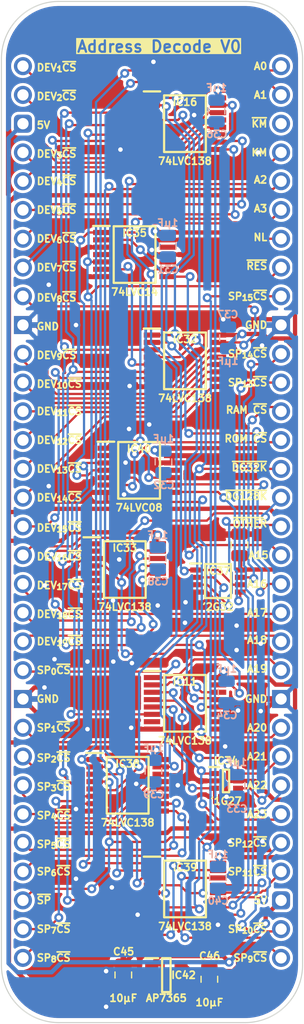
<source format=kicad_pcb>
(kicad_pcb (version 20221018) (generator pcbnew)
  (layers (0 "F.Cu" signal) (31 "B.Cu" signal) (36 "B.SilkS" user "B.Silkscreen") (37 "F.SilkS" user "F.Silkscreen") (38 "B.Mask" user) (39 "F.Mask" user) (44 "Edge.Cuts" user))
  (net 0 "")
  (net 1 "/Address Decode Board/Kernal Mode·Native Latch")
  (net 2 "/Address Decode Board/~{Device Group 128K}")
  (net 3 "/Address Decode Board/~{Device Group 32K}")
  (net 4 "Net-(IC11-~{Y1})")
  (net 5 "Net-(IC11-~{Y0})")
  (net 6 "/Address Decode Board/~{Device _{CS}7}")
  (net 7 "/Address Decode Board/~{Device _{CS}6}")
  (net 8 "/Address Decode Board/~{Device _{CS}5}")
  (net 9 "/Address Decode Board/~{Device _{CS}4}")
  (net 10 "/Address Decode Board/~{Device _{CS}3}")
  (net 11 "/Address Decode Board/GND")
  (net 12 "/Address Decode Board/3.3V")
  (net 13 "/Address Decode Board/A15")
  (net 14 "/Address Decode Board/A16")
  (net 15 "/Address Decode Board/A17")
  (net 16 "/Address Decode Board/A18")
  (net 17 "/Address Decode Board/A19")
  (net 18 "/Address Decode Board/A20")
  (net 19 "/Address Decode Board/A21")
  (net 20 "/Address Decode Board/A22")
  (net 21 "/Address Decode Board/A23")
  (net 22 "/Address Decode Board/~{Device _{CS}2}")
  (net 23 "/Address Decode Board/~{Device _{CS}1}")
  (net 24 "/Address Decode Board/~{SPECIAL}")
  (net 25 "Net-(IC32-~{E2})")
  (net 26 "/Address Decode Board/~{Device _{CS}15}")
  (net 27 "/Address Decode Board/~{Device _{CS}14}")
  (net 29 "/Address Decode Board/~{Device _{CS}13}")
  (net 33 "/Address Decode Board/~{Device _{CS}12}")
  (net 34 "/Address Decode Board/~{Device _{CS}11}")
  (net 35 "/Address Decode Board/~{Device _{CS}10}")
  (net 36 "/Address Decode Board/~{Device _{CS}9}")
  (net 37 "/Address Decode Board/~{Device _{CS}8}")
  (net 38 "/Address Decode Board/~{Device _{CS}19}")
  (net 39 "/Address Decode Board/~{Device _{CS}18}")
  (net 40 "/Address Decode Board/~{Device _{CS}17}")
  (net 41 "/Address Decode Board/~{Device _{CS}16}")
  (net 42 "/Address Decode Board/~{A21+A22+A23}")
  (net 43 "/Address Decode Board/Native Latch")
  (net 45 "/Address Decode Board/~{Native Latch}")
  (net 46 "Net-(IC35D-4Y)")
  (net 47 "/Address Decode Board/A3")
  (net 49 "/Address Decode Board/~{OTHER}")
  (net 50 "/Address Decode Board/~{RAM_{CS}}")
  (net 51 "/Address Decode Board/A0")
  (net 52 "/Address Decode Board/A1")
  (net 53 "/Address Decode Board/A2")
  (net 54 "/Address Decode Board/~{Special _{CS}7}")
  (net 55 "/Address Decode Board/~{Special _{CS}6}")
  (net 56 "/Address Decode Board/~{Special _{CS}5}")
  (net 57 "/Address Decode Board/~{Special _{CS}4}")
  (net 58 "/Address Decode Board/~{Special _{CS}3}")
  (net 59 "/Address Decode Board/~{Special _{CS}2}")
  (net 60 "/Address Decode Board/~{Special _{CS}1}")
  (net 61 "/Address Decode Board/~{Special _{CS}0}")
  (net 62 "/Address Decode Board/~{Special _{CS}15}")
  (net 63 "/Address Decode Board/~{Special _{CS}14}")
  (net 64 "/Address Decode Board/~{Special _{CS}13}")
  (net 65 "/Address Decode Board/~{Special _{CS}12}")
  (net 66 "/Address Decode Board/~{Special _{CS}11}")
  (net 67 "/Address Decode Board/~{Special _{CS}10}")
  (net 68 "/Address Decode Board/~{Special _{CS}9}")
  (net 69 "/Address Decode Board/~{Special _{CS}8}")
  (net 70 "/Address Decode Board/Kernal Mode")
  (net 71 "/Address Decode Board/~{ROM_{CS}}")
  (net 77 "Net-(IC37B-2A)")
  (net 78 "/Address Decode Board/5V")
  (net 80 "/Address Decode Board/~{Reset}")
  (footprint "SamacSys_Parts:SOP65P210X110-6N" (layer "F.Cu") (at 104.348 134.235)
    (fp_text reference "IC34")
    (fp_text value "74LVC1G27GW,125" hide)
  )
  (footprint "SamacSys_Parts:C_0805" (layer "F.Cu") (at 95.25 151.384)
    (fp_text reference "C45")
    (fp_text value "10μF")
  )
  (footprint "SamacSys_Parts:SOP65P640X110-16N" (layer "F.Cu") (at 100.715 127.381)
    (fp_text reference "IC11")
    (fp_text value "74LVC138APW-Q100J" hide)
  )
  (footprint "SamacSys_Parts:C_0805" (layer "F.Cu") (at 102.87 151.765)
    (fp_text reference "C46")
    (fp_text value "10μF")
  )
  (footprint "SamacSys_Parts:SOP65P640X110-16N" (layer "F.Cu") (at 100.715 143.775)
    (fp_text reference "IC39")
    (fp_text value "74LVC138APW-Q100J" hide)
  )
  (footprint "SamacSys_Parts:SOP65P640X110-16N" (layer "F.Cu") (at 95.635 134.62)
    (fp_text reference "IC38")
    (fp_text value "74LVC138APW-Q100J" hide)
  )
  (footprint "SamacSys_Parts:DIP-64_Board_W22.86mm" (layer "F.Cu") (at 86.36 71.12)
    (fp_text reference "J2" hide)
    (fp_text value "Conn_02x32_Counter_Clockwise")
    (fp_line (start -1.905 -0.635) (end -1.905 79.375) (stroke (width 0.1)) (layer "Edge.Cuts"))
    (fp_line (start 19.685 -5.715) (end 3.175 -5.715) (stroke (width 0.1)) (layer "Edge.Cuts"))
    (fp_line (start 19.685 84.455) (end 3.175 84.455) (stroke (width 0.1)) (layer "Edge.Cuts"))
    (fp_line (start 24.765 79.375) (end 24.765 -0.635) (stroke (width 0.1)) (layer "Edge.Cuts"))
    (fp_arc (start -1.905 -0.635) (mid -0.417102 -4.227102) (end 3.175 -5.715) (stroke (width 0.1)) (layer "Edge.Cuts"))
    (fp_arc (start 3.175 84.455) (mid -0.417102 82.967102) (end -1.905 79.375) (stroke (width 0.1)) (layer "Edge.Cuts"))
    (fp_arc (start 19.685 -5.715) (mid 23.277102 -4.227102) (end 24.765 -0.635) (stroke (width 0.1)) (layer "Edge.Cuts"))
    (fp_arc (start 24.765 79.375) (mid 23.277102 82.967102) (end 19.685 84.455) (stroke (width 0.1)) (layer "Edge.Cuts"))
  )
  (footprint "SamacSys_Parts:SOP65P640X110-16N" (layer "F.Cu") (at 100.711 76.2)
    (fp_text reference "IC16")
    (fp_text value "74LVC138APW-Q100J" hide)
  )
  (footprint "SamacSys_Parts:SOP65P640X110-16N" (layer "F.Cu") (at 95.377 115.57)
    (fp_text reference "IC33")
    (fp_text value "74LVC138APW-Q100J" hide)
  )
  (footprint "SamacSys_Parts:C_0805" (layer "F.Cu") (at 105.537 113.411)
    (fp_text reference "C35" hide)
    (fp_text value "1μF" hide)
  )
  (footprint "SamacSys_Parts:SOP65P640X110-14N" (layer "F.Cu") (at 96.647 106.807)
    (fp_text reference "IC40")
    (fp_text value "74LVC08APW,112" hide)
  )
  (footprint "SamacSys_Parts:SOP65P400X110-8N" (layer "F.Cu") (at 103.632 116.586)
    (fp_text reference "IC37")
    (fp_text value "74LVC2G32DP,125" hide)
  )
  (footprint "SamacSys_Parts:SOP65P640X110-16N" (layer "F.Cu") (at 100.711 97.14)
    (fp_text reference "IC32")
    (fp_text value "74LVC138APW-Q100J" hide)
  )
  (footprint "SamacSys_Parts:SOT95P285X130-5N" (layer "F.Cu") (at 99.06 151.384)
    (fp_text reference "IC42")
    (fp_text value "AP7365-33WG-7" hide)
  )
  (footprint "SamacSys_Parts:SOP65P640X110-14N" (layer "F.Cu") (at 96.249 87.757)
    (fp_text reference "IC35")
    (fp_text value "SN74LVC14APWRG4 " hide)
  )
  (footprint "SamacSys_Parts:PinHeader_1x32_P2.54mm_Vertical" (layer "B.Cu") (at 109.22 71.12 180)
    (fp_text reference "J1" hide)
    (fp_text value "Pin_Header_01x32")
  )
  (footprint "SamacSys_Parts:PinHeader_1x32_P2.54mm_Vertical" (layer "B.Cu") (at 86.36 71.12 180)
    (fp_text reference "J3" hide)
    (fp_text value "Pin_Header_01x32")
  )
  (footprint "SamacSys_Parts:C_0805" (layer "B.Cu") (at 104.394 126.365)
    (fp_text reference "C34")
    (fp_text value "1μF")
  )
  (footprint "SamacSys_Parts:C_0805" (layer "B.Cu") (at 105.283 134.62)
    (fp_text reference "C33")
    (fp_text value "1μF")
  )
  (footprint "SamacSys_Parts:C_0805" (layer "B.Cu") (at 103.632 142.748)
    (fp_text reference "C40")
    (fp_text value "1μF")
  )
  (footprint "SamacSys_Parts:C_0805" (layer "B.Cu") (at 104.521 95.123 180)
    (fp_text reference "C37")
    (fp_text value "1μF")
  )
  (footprint "SamacSys_Parts:C_0805" (layer "B.Cu") (at 103.505 75.057)
    (fp_text reference "C36")
    (fp_text value "1μF")
  )
  (footprint "SamacSys_Parts:C_0805" (layer "B.Cu") (at 98.298 114.554)
    (fp_text reference "C38")
    (fp_text value "1μF")
  )
  (footprint "SamacSys_Parts:C_0805" (layer "B.Cu") (at 97.917 133.35)
    (fp_text reference "C39")
    (fp_text value "1μF")
  )
  (footprint "SamacSys_Parts:C_0805" (layer "B.Cu") (at 99.187 86.995)
    (fp_text reference "C31")
    (fp_text value "1μF")
  )
  (footprint "SamacSys_Parts:C_0805" (layer "B.Cu") (at 98.806 106.045)
    (fp_text reference "C32")
    (fp_text value "1μF")
  )
  (gr_text "A23" (at 108.077 137.16) (layer "F.SilkS") (effects (font (size 0.635 0.635)) (justify right)))
  (gr_text "A0" (at 108.077 71.12) (layer "F.SilkS") (effects (font (size 0.635 0.635)) (justify right)))
  (gr_text "SP_{7}~{CS}" (at 87.503 147.32) (layer "F.SilkS") (effects (font (size 0.635 0.635)) (justify left)))
  (gr_text "DEV_{10}~{CS}" (at 87.503 99.187) (layer "F.SilkS") (effects (font (size 0.635 0.635)) (justify left)))
  (gr_text "~{KM}" (at 108.077 76.2) (layer "F.SilkS") (effects (font (size 0.635 0.635)) (justify right)))
  (gr_text "SP_{12}~{CS}" (at 108.077 139.7) (layer "F.SilkS") (effects (font (size 0.635 0.635)) (justify right)))
  (gr_text "~{RES}" (at 108.077 88.773) (layer "F.SilkS") (effects (font (size 0.635 0.635)) (justify right)))
  (gr_text "DEV_{4}~{CS}" (at 87.503 81.28) (layer "F.SilkS") (effects (font (size 0.635 0.635)) (justify left)))
  (gr_text "DEV_{1}~{CS}" (at 87.503 71.247) (layer "F.SilkS") (effects (font (size 0.635 0.635)) (justify left)))
  (gr_text "A21" (at 108.077 132.08) (layer "F.SilkS") (effects (font (size 0.635 0.635)) (justify right)))
  (gr_text "DEV_{6}~{CS}" (at 87.503 86.36) (layer "F.SilkS") (effects (font (size 0.635 0.635)) (justify left)))
  (gr_text "DEV_{19}~{CS}" (at 87.503 121.92) (layer "F.SilkS") (effects (font (size 0.635 0.635)) (justify left)))
  (gr_text "A1" (at 108.077 73.66) (layer "F.SilkS") (effects (font (size 0.635 0.635)) (justify right)))
  (gr_text "~{OTHER}" (at 108.077 111.506) (layer "F.SilkS") (effects (font (size 0.635 0.635)) (justify right)))
  (gr_text "A2" (at 108.077 81.153) (layer "F.SilkS") (effects (font (size 0.635 0.635)) (justify right)))
  (gr_text "A3" (at 108.077 83.693) (layer "F.SilkS") (effects (font (size 0.635 0.635)) (justify right)))
  (gr_text "GND" (at 108.077 93.98) (layer "F.SilkS") (effects (font (size 0.635 0.635)) (justify right)))
  (gr_text "KM" (at 108.077 78.74) (layer "F.SilkS") (effects (font (size 0.635 0.635)) (justify right)))
  (gr_text "SP_{2}~{CS}" (at 87.503 132.207) (layer "F.SilkS") (effects (font (size 0.635 0.635)) (justify left)))
  (gr_text "SP_{9}~{CS}" (at 108.077 149.86) (layer "F.SilkS") (effects (font (size 0.635 0.635)) (justify right)))
  (gr_text "DEV_{13}~{CS}" (at 87.503 106.68) (layer "F.SilkS") (effects (font (size 0.635 0.635)) (justify left)))
  (gr_text "~{DG128K}" (at 108.077 109.093) (layer "F.SilkS") (effects (font (size 0.635 0.635)) (justify right)))
  (gr_text "ROM ~{CS}" (at 108.077 104.013) (layer "F.SilkS") (effects (font (size 0.635 0.635)) (justify right)))
  (gr_text "SP_{13}~{CS}" (at 108.077 99.06) (layer "F.SilkS") (effects (font (size 0.635 0.635)) (justify right)))
  (gr_text "GND" (at 108.077 127) (layer "F.SilkS") (effects (font (size 0.635 0.635)) (justify right)))
  (gr_text "SP_{6}~{CS}" (at 87.503 142.24) (layer "F.SilkS") (effects (font (size 0.635 0.635)) (justify left)))
  (gr_text "SP_{11}~{CS}" (at 108.077 142.24) (layer "F.SilkS") (effects (font (size 0.635 0.635)) (justify right)))
  (gr_text "DEV_{9}~{CS}" (at 87.503 96.647) (layer "F.SilkS") (effects (font (size 0.635 0.635)) (justify left)))
  (gr_text "DEV_{18}~{CS}" (at 87.503 119.507) (layer "F.SilkS") (effects (font (size 0.635 0.635)) (justify left)))
  (gr_text "SP_{15}~{CS}" (at 108.077 91.44) (layer "F.SilkS") (effects (font (size 0.635 0.635)) (justify right)))
  (gr_text "DEV_{5}~{CS}" (at 87.503 83.82) (layer "F.SilkS") (effects (font (size 0.635 0.635)) (justify left)))
  (gr_text "5V" (at 87.503 76.327) (layer "F.SilkS") (effects (font (size 0.635 0.635)) (justify left)))
  (gr_text "DEV_{3}~{CS}" (at 87.503 78.867) (layer "F.SilkS") (effects (font (size 0.635 0.635)) (justify left)))
  (gr_text "A16" (at 108.077 116.84) (layer "F.SilkS") (effects (font (size 0.635 0.635)) (justify right)))
  (gr_text "A17" (at 108.077 119.38) (layer "F.SilkS") (effects (font (size 0.635 0.635)) (justify right)))
  (gr_text "Address Decode V0" (at 98.425 69.977) (layer "F.SilkS" knockout) (effects (font (size 1 1) (thickness 0.2) bold) (justify bottom)))
  (gr_text "~{SP}" (at 87.503 144.78) (layer "F.SilkS") (effects (font (size 0.635 0.635)) (justify left)))
  (gr_text "~{DG32K}" (at 108.077 106.553) (layer "F.SilkS") (effects (font (size 0.635 0.635)) (justify right)))
  (gr_text "DEV_{15}~{CS}" (at 87.503 111.887) (layer "F.SilkS") (effects (font (size 0.635 0.635)) (justify left)))
  (gr_text "DEV_{11}~{CS}" (at 87.503 101.6) (layer "F.SilkS") (effects (font (size 0.635 0.635)) (justify left)))
  (gr_text "DEV_{14}~{CS}" (at 87.503 109.22) (layer "F.SilkS") (effects (font (size 0.635 0.635)) (justify left)))
  (gr_text "DEV_{8}~{CS}" (at 87.503 91.567) (layer "F.SilkS") (effects (font (size 0.635 0.635)) (justify left)))
  (gr_text "A18" (at 108.077 121.793) (layer "F.SilkS") (effects (font (size 0.635 0.635)) (justify right)))
  (gr_text "DEV_{7}~{CS}" (at 87.503 88.9) (layer "F.SilkS") (effects (font (size 0.635 0.635)) (justify left)))
  (gr_text "SP_{1}~{CS}" (at 87.503 129.54) (layer "F.SilkS") (effects (font (size 0.635 0.635)) (justify left)))
  (gr_text "GND" (at 87.503 127) (layer "F.SilkS") (effects (font (size 0.635 0.635)) (justify left)))
  (gr_text "SP_{8}~{CS}" (at 87.503 149.86) (layer "F.SilkS") (effects (font (size 0.635 0.635)) (justify left)))
  (gr_text "RAM ~{CS}" (at 108.077 101.473) (layer "F.SilkS") (effects (font (size 0.635 0.635)) (justify right)))
  (gr_text "SP_{5}~{CS}" (at 87.503 139.827) (layer "F.SilkS") (effects (font (size 0.635 0.635)) (justify left)))
  (gr_text "A19" (at 108.077 124.333) (layer "F.SilkS") (effects (font (size 0.635 0.635)) (justify right)))
  (gr_text "SP_{0}~{CS}" (at 87.503 124.46) (layer "F.SilkS") (effects (font (size 0.635 0.635)) (justify left)))
  (gr_text "A20" (at 108.077 129.54) (layer "F.SilkS") (effects (font (size 0.635 0.635)) (justify right)))
  (gr_text "GND" (at 87.503 94.107) (layer "F.SilkS") (effects (font (size 0.635 0.635)) (justify left)))
  (gr_text "SP_{4}~{CS}" (at 87.503 137.287) (layer "F.SilkS") (effects (font (size 0.635 0.635)) (justify left)))
  (gr_text "5V" (at 108.077 144.78) (layer "F.SilkS") (effects (font (size 0.635 0.635)) (justify right)))
  (gr_text "NL" (at 108.077 86.233) (layer "F.SilkS") (effects (font (size 0.635 0.635)) (justify right)))
  (gr_text "DEV_{16}~{CS}" (at 87.503 114.427) (layer "F.SilkS") (effects (font (size 0.635 0.635)) (justify left)))
  (gr_text "DEV_{2}~{CS}" (at 87.503 73.787) (layer "F.SilkS") (effects (font (size 0.635 0.635)) (justify left)))
  (gr_text "A22" (at 108.077 134.62) (layer "F.SilkS") (effects (font (size 0.635 0.635)) (justify right)))
  (gr_text "SP_{10}~{CS}" (at 108.077 147.32) (layer "F.SilkS") (effects (font (size 0.635 0.635)) (justify right)))
  (gr_text "A15" (at 108.204 114.3) (layer "F.SilkS") (effects (font (size 0.635 0.635)) (justify right)))
  (gr_text "DEV_{12}~{CS}" (at 87.503 104.14) (layer "F.SilkS") (effects (font (size 0.635 0.635)) (justify left)))
  (gr_text "SP_{3}~{CS}" (at 87.503 134.747) (layer "F.SilkS") (effects (font (size 0.635 0.635)) (justify left)))
  (gr_text "DEV_{17}~{CS}" (at 87.503 116.967) (layer "F.SilkS") (effects (font (size 0.635 0.635)) (justify left)))
  (gr_text "SP_{14}~{CS}" (at 108.077 96.52) (layer "F.SilkS") (effects (font (size 0.635 0.635)) (justify right)))
  (segment (start 97.79 128.356) (end 90.613 128.356) (width 0.2) (layer "F.Cu") (net 1))
  (segment (start 93.709 106.157) (end 92.001999 106.157) (width 0.2) (layer "F.Cu") (net 1))
  (segment (start 92.001999 106.157) (end 91.732999 106.426) (width 0.2) (layer "F.Cu") (net 1))
  (via (at 91.732999 106.426) (size 0.8) (drill 0.4) (layers "F.Cu" "B.Cu") (net 1))
  (via (at 90.613 128.356) (size 0.8) (drill 0.4) (layers "F.Cu" "B.Cu") (net 1))
  (segment (start 90.424 118.618) (end 90.913 119.107) (width 0.2) (layer "B.Cu") (net 1))
  (segment (start 92.032999 108.315315) (end 90.724 109.624314) (width 0.2) (layer "B.Cu") (net 1))
  (segment (start 90.424 115.544814) (end 90.424 118.618) (width 0.2) (layer "B.Cu") (net 1))
  (segment (start 91.732999 106.426) (end 92.032999 106.726) (width 0.2) (layer "B.Cu") (net 1))
  (segment (start 90.724 109.624314) (end 90.724 115.244814) (width 0.2) (layer "B.Cu") (net 1))
  (segment (start 90.913 128.056) (end 90.613 128.356) (width 0.2) (layer "B.Cu") (net 1))
  (segment (start 90.724 115.244814) (end 90.424 115.544814) (width 0.2) (layer "B.Cu") (net 1))
  (segment (start 90.913 119.107) (end 90.913 128.056) (width 0.2) (layer "B.Cu") (net 1))
  (segment (start 92.032999 106.726) (end 92.032999 108.315315) (width 0.2) (layer "B.Cu") (net 1))
  (segment (start 102.648194 111.252) (end 97.155 111.252) (width 0.2) (layer "F.Cu") (net 2))
  (segment (start 102.185346 127.706) (end 102.151 127.740346) (width 0.2) (layer "F.Cu") (net 2))
  (segment (start 107.513315 110.609315) (end 103.290879 110.609315) (width 0.2) (layer "F.Cu") (net 2))
  (segment (start 98.928894 123.009142) (end 95.43943 123.009142) (width 0.2) (layer "F.Cu") (net 2))
  (segment (start 99.712036 122.226) (end 98.928894 123.009142) (width 0.2) (layer "F.Cu") (net 2))
  (segment (start 93.633 115.245) (end 95.101 116.713) (width 0.2) (layer "F.Cu") (net 2))
  (segment (start 92.452 115.245) (end 93.633 115.245) (width 0.2) (layer "F.Cu") (net 2))
  (segment (start 107.837 110.933) (end 107.513315 110.609315) (width 0.2) (layer "F.Cu") (net 2))
  (segment (start 101.978045 122.226) (end 99.712036 122.226) (width 0.2) (layer "F.Cu") (net 2))
  (segment (start 103.290879 110.609315) (end 102.648194 111.252) (width 0.2) (layer "F.Cu") (net 2))
  (segment (start 103.64 127.706) (end 102.185346 127.706) (width 0.2) (layer "F.Cu") (net 2))
  (via (at 95.43943 123.009142) (size 0.8) (drill 0.4) (layers "F.Cu" "B.Cu") (net 2))
  (via (at 101.978045 122.226) (size 0.8) (drill 0.4) (layers "F.Cu" "B.Cu") (net 2))
  (via (at 102.151 127.740346) (size 0.8) (drill 0.4) (layers "F.Cu" "B.Cu") (net 2))
  (via (at 95.101 116.713) (size 0.8) (drill 0.4) (layers "F.Cu" "B.Cu") (net 2))
  (via (at 97.155 111.252) (size 0.8) (drill 0.4) (layers "F.Cu" "B.Cu") (net 2))
  (via (at 107.837 110.933) (size 0.8) (drill 0.4) (layers "F.Cu" "B.Cu") (net 2))
  (segment (start 95.101 116.137678) (end 95.101 116.713) (width 0.2) (layer "B.Cu") (net 2))
  (segment (start 95.101 122.670712) (end 95.43943 123.009142) (width 0.2) (layer "B.Cu") (net 2))
  (segment (start 95.823 112.584) (end 95.823 115.415678) (width 0.2) (layer "B.Cu") (net 2))
  (segment (start 95.101 116.713) (end 95.101 122.670712) (width 0.2) (layer "B.Cu") (net 2))
  (segment (start 102.451 122.698955) (end 102.451 127.440346) (width 0.2) (layer "B.Cu") (net 2))
  (segment (start 102.451 127.440346) (end 102.151 127.740346) (width 0.2) (layer "B.Cu") (net 2))
  (segment (start 95.823 115.415678) (end 95.101 116.137678) (width 0.2) (layer "B.Cu") (net 2))
  (segment (start 107.837 110.603) (end 107.837 110.933) (width 0.2) (layer "B.Cu") (net 2))
  (segment (start 109.22 109.22) (end 107.837 110.603) (width 0.2) (layer "B.Cu") (net 2))
  (segment (start 101.978045 122.226) (end 102.451 122.698955) (width 0.2) (layer "B.Cu") (net 2))
  (segment (start 97.155 111.252) (end 95.823 112.584) (width 0.2) (layer "B.Cu") (net 2))
  (segment (start 109.22 106.68) (end 101.981 106.68) (width 0.2) (layer "F.Cu") (net 3))
  (segment (start 100.090462 75.875) (end 100.522 75.443462) (width 0.2) (layer "F.Cu") (net 3))
  (segment (start 100.245191 96.815) (end 101.731 95.329191) (width 0.2) (layer "F.Cu") (net 3))
  (segment (start 103.514685 126.930685) (end 101.532119 126.930685) (width 0.2) (layer "F.Cu") (net 3))
  (segment (start 97.786 75.875) (end 100.090462 75.875) (width 0.2) (layer "F.Cu") (net 3))
  (segment (start 97.786 96.815) (end 100.245191 96.815) (width 0.2) (layer "F.Cu") (net 3))
  (via (at 101.731 95.329191) (size 0.8) (drill 0.4) (layers "F.Cu" "B.Cu") (net 3))
  (via (at 101.532119 126.930685) (size 0.8) (drill 0.4) (layers "F.Cu" "B.Cu") (net 3))
  (via (at 101.981 106.68) (size 0.8) (drill 0.4) (layers "F.Cu" "B.Cu") (net 3))
  (via (at 100.522 75.443462) (size 0.8) (drill 0.4) (layers "F.Cu" "B.Cu") (net 3))
  (segment (start 101.731 95.329191) (end 101.981 95.079191) (width 0.2) (layer "B.Cu") (net 3))
  (segment (start 101.581 113.071568) (end 102.196725 113.687294) (width 0.2) (layer "B.Cu") (net 3))
  (segment (start 101.981 106.68) (end 101.581 107.08) (width 0.2) (layer "B.Cu") (net 3))
  (segment (start 100.877954 121.683732) (end 100.877954 126.27652) (width 0.2) (layer "B.Cu") (net 3))
  (segment (start 102.549 96.147191) (end 101.731 95.329191) (width 0.2) (layer "B.Cu") (net 3))
  (segment (start 101.578 109.31105) (end 101.578 109.89095) (width 0.2) (layer "B.Cu") (net 3))
  (segment (start 100.522 75.941686) (end 100.522 75.443462) (width 0.2) (layer "B.Cu") (net 3))
  (segment (start 101.581 109.89395) (end 101.581 113.071568) (width 0.2) (layer "B.Cu") (net 3))
  (segment (start 101.981 106.68) (end 102.549 106.112) (width 0.2) (layer "B.Cu") (net 3))
  (segment (start 100.877954 126.27652) (end 101.532119 126.930685) (width 0.2) (layer "B.Cu") (net 3))
  (segment (start 101.581 109.30805) (end 101.578 109.31105) (width 0.2) (layer "B.Cu") (net 3))
  (segment (start 101.981 77.400686) (end 100.522 75.941686) (width 0.2) (layer "B.Cu") (net 3))
  (segment (start 101.578 109.89095) (end 101.581 109.89395) (width 0.2) (layer "B.Cu") (net 3))
  (segment (start 101.981 95.079191) (end 101.981 77.400686) (width 0.2) (layer "B.Cu") (net 3))
  (segment (start 101.581 107.08) (end 101.581 109.30805) (width 0.2) (layer "B.Cu") (net 3))
  (segment (start 102.196725 120.364961) (end 100.877954 121.683732) (width 0.2) (layer "B.Cu") (net 3))
  (segment (start 102.196725 113.687294) (end 102.196725 120.364961) (width 0.2) (layer "B.Cu") (net 3))
  (segment (start 102.549 106.112) (end 102.549 96.147191) (width 0.2) (layer "B.Cu") (net 3))
  (segment (start 103.64 126.406) (end 102.20578 126.406) (width 0.2) (layer "F.Cu") (net 4))
  (segment (start 93.709 107.457) (end 96.281 107.457) (width 0.2) (layer "F.Cu") (net 4))
  (segment (start 102.095 109.601) (end 102.278 109.418) (width 0.2) (layer "F.Cu") (net 4))
  (segment (start 102.20578 126.406) (end 101.751 125.95122) (width 0.2) (layer "F.Cu") (net 4))
  (segment (start 98.425 109.601) (end 102.095 109.601) (width 0.2) (layer "F.Cu") (net 4))
  (segment (start 96.281 107.457) (end 98.425 109.601) (width 0.2) (layer "F.Cu") (net 4))
  (via (at 102.278 109.418) (size 0.8) (drill 0.4) (layers "F.Cu" "B.Cu") (net 4))
  (via (at 101.751 125.95122) (size 0.8) (drill 0.4) (layers "F.Cu" "B.Cu") (net 4))
  (segment (start 101.277954 121.849418) (end 102.596725 120.530646) (width 0.2) (layer "B.Cu") (net 4))
  (segment (start 101.277954 125.478174) (end 101.277954 121.849418) (width 0.2) (layer "B.Cu") (net 4))
  (segment (start 101.751 125.95122) (end 101.277954 125.478174) (width 0.2) (layer "B.Cu") (net 4))
  (segment (start 102.596725 120.530646) (end 102.596725 113.521609) (width 0.2) (layer "B.Cu") (net 4))
  (segment (start 101.981 112.905883) (end 101.981 109.715) (width 0.2) (layer "B.Cu") (net 4))
  (segment (start 102.596725 113.521609) (end 101.981 112.905883) (width 0.2) (layer "B.Cu") (net 4))
  (segment (start 101.981 109.715) (end 102.278 109.418) (width 0.2) (layer "B.Cu") (net 4))
  (segment (start 103.64 125.756) (end 104.801 125.756) (width 0.2) (layer "F.Cu") (net 5))
  (segment (start 101.657 116.261) (end 103.239278 116.261) (width 0.2) (layer "F.Cu") (net 5))
  (segment (start 103.239278 116.261) (end 104.155798 117.17752) (width 0.2) (layer "F.Cu") (net 5))
  (segment (start 104.801 125.756) (end 105.537 126.492) (width 0.2) (layer "F.Cu") (net 5))
  (via (at 104.155798 117.17752) (size 0.8) (drill 0.4) (layers "F.Cu" "B.Cu") (net 5))
  (via (at 105.537 126.492) (size 0.8) (drill 0.4) (layers "F.Cu" "B.Cu") (net 5))
  (segment (start 104.155798 117.17752) (end 103.796725 117.536593) (width 0.2) (layer "B.Cu") (net 5))
  (segment (start 103.796725 117.536593) (end 103.796725 122.846725) (width 0.2) (layer "B.Cu") (net 5))
  (segment (start 103.796725 122.846725) (end 105.537 124.587) (width 0.2) (layer "B.Cu") (net 5))
  (segment (start 105.537 124.587) (end 105.537 126.492) (width 0.2) (layer "B.Cu") (net 5))
  (segment (start 89.027 77.724) (end 88.9635 77.6605) (width 0.2) (layer "F.Cu") (net 6))
  (segment (start 97.425 77.724) (end 89.027 77.724) (width 0.2) (layer "F.Cu") (net 6))
  (via (at 88.9635 77.6605) (size 0.8) (drill 0.4) (layers "F.Cu" "B.Cu") (net 6))
  (segment (start 86.36 88.9) (end 89.281 85.979) (width 0.2) (layer "B.Cu") (net 6))
  (segment (start 89.281 85.979) (end 89.281 77.978) (width 0.2) (layer "B.Cu") (net 6))
  (segment (start 89.281 77.978) (end 88.9635 77.6605) (width 0.2) (layer "B.Cu") (net 6))
  (segment (start 86.36 86.36) (end 88.519 84.201) (width 0.2) (layer "F.Cu") (net 7))
  (segment (start 88.519 84.201) (end 105.137 84.201) (width 0.2) (layer "F.Cu") (net 7))
  (segment (start 103.636 78.475) (end 105.029 78.475) (width 0.2) (layer "F.Cu") (net 7))
  (segment (start 105.137 84.201) (end 105.156 84.22) (width 0.2) (layer "F.Cu") (net 7))
  (via (at 105.156 84.22) (size 0.8) (drill 0.4) (layers "F.Cu" "B.Cu") (net 7))
  (via (at 105.029 78.475) (size 0.8) (drill 0.4) (layers "F.Cu" "B.Cu") (net 7))
  (segment (start 105.026 84.09) (end 105.156 84.22) (width 0.2) (layer "B.Cu") (net 7))
  (segment (start 105.026 78.478) (end 105.026 84.09) (width 0.2) (layer "B.Cu") (net 7))
  (segment (start 105.029 78.475) (end 105.026 78.478) (width 0.2) (layer "B.Cu") (net 7))
  (segment (start 87.885502 83.310498) (end 105.726 83.310498) (width 0.2) (layer "F.Cu") (net 8))
  (segment (start 103.737 77.724) (end 105.791 77.724) (width 0.2) (layer "F.Cu") (net 8))
  (segment (start 87.376 83.82) (end 87.885502 83.310498) (width 0.2) (layer "F.Cu") (net 8))
  (segment (start 86.36 83.82) (end 87.376 83.82) (width 0.2) (layer "F.Cu") (net 8))
  (via (at 105.791 77.724) (size 0.8) (drill 0.4) (layers "F.Cu" "B.Cu") (net 8))
  (via (at 105.726 83.310498) (size 0.8) (drill 0.4) (layers "F.Cu" "B.Cu") (net 8))
  (segment (start 105.791 77.724) (end 105.791 83.245498) (width 0.2) (layer "B.Cu") (net 8))
  (segment (start 105.791 83.245498) (end 105.726 83.310498) (width 0.2) (layer "B.Cu") (net 8))
  (segment (start 102.550006 77.175) (end 99.277005 80.448) (width 0.2) (layer "F.Cu") (net 9))
  (segment (start 87.192 80.448) (end 86.36 81.28) (width 0.2) (layer "F.Cu") (net 9))
  (segment (start 99.277005 80.448) (end 87.192 80.448) (width 0.2) (layer "F.Cu") (net 9))
  (segment (start 103.636 77.175) (end 102.550006 77.175) (width 0.2) (layer "F.Cu") (net 9))
  (segment (start 102.63432 76.525) (end 99.11132 80.048) (width 0.2) (layer "F.Cu") (net 10))
  (segment (start 103.636 76.525) (end 102.63432 76.525) (width 0.2) (layer "F.Cu") (net 10))
  (segment (start 87.668 80.048) (end 86.36 78.74) (width 0.2) (layer "F.Cu") (net 10))
  (segment (start 99.11132 80.048) (end 87.668 80.048) (width 0.2) (layer "F.Cu") (net 10))
  (segment (start 102.521 95.858615) (end 102.521 94.329) (width 0.38) (layer "F.Cu") (net 11))
  (segment (start 98.806 102.76251) (end 97.54361 102.76251) (width 0.38) (layer "F.Cu") (net 11))
  (segment (start 105.412231 150.568229) (end 105.412231 149.913771) (width 0.38) (layer "F.Cu") (net 11))
  (segment (start 103.950756 134.235) (end 104.394005 134.678249) (width 0.38) (layer "F.Cu") (net 11))
  (segment (start 93.311 89.707) (end 96.221 89.707) (width 0.38) (layer "F.Cu") (net 11))
  (segment (start 98.679 146.939) (end 103.632 146.939) (width 0.38) (layer "F.Cu") (net 11))
  (segment (start 97.786 99.415) (end 95.859536 99.415) (width 0.38) (layer "F.Cu") (net 11))
  (segment (start 97.663 86.868) (end 97.6835 86.868) (width 0.38) (layer "F.Cu") (net 11))
  (segment (start 89.371102 115.895) (end 88.288999 116.977102) (width 0.38) (layer "F.Cu") (net 11))
  (segment (start 96.7105 88.5825) (end 97.663 87.63) (width 0.38) (layer "F.Cu") (net 11))
  (segment (start 93.991 136.895) (end 96.393 134.493) (width 0.38) (layer "F.Cu") (net 11))
  (segment (start 103.279 151.031) (end 104.94946 151.031) (width 0.38) (layer "F.Cu") (net 11))
  (segment (start 97.663 86.868) (end 97.663 87.243413) (width 0.38) (layer "F.Cu") (net 11))
  (segment (start 105.283 120.523) (end 100.965 120.523) (width 0.38) (layer "F.Cu") (net 11))
  (segment (start 104.394005 134.678249) (end 104.394005 135.636001) (width 0.38) (layer "F.Cu") (net 11))
  (segment (start 106.001695 96.675) (end 106.372229 96.675) (width 0.38) (layer "F.Cu") (net 11))
  (segment (start 88.900001 129.540001) (end 95.947002 129.540001) (width 0.38) (layer "F.Cu") (net 11))
  (segment (start 95.758 103.156999) (end 96.152489 102.76251) (width 0.38) (layer "F.Cu") (net 11))
  (segment (start 105.664 128.27) (end 107.218496 128.27) (width 0.38) (layer "F.Cu") (net 11))
  (segment (start 99.822 118.46) (end 98.583 118.46) (width 0.38) (layer "F.Cu") (net 11))
  (segment (start 99.187 87.757) (end 98.176587 87.757) (width 0.38) (layer "F.Cu") (net 11))
  (segment (start 101.092 131.191) (end 104.267 131.191) (width 0.38) (layer "F.Cu") (net 11))
  (segment (start 104.62446 149.126) (end 96.542 149.126) (width 0.38) (layer "F.Cu") (net 11))
  (segment (start 104.94946 151.031) (end 105.412231 150.568229) (width 0.38) (layer "F.Cu") (net 11))
  (segment (start 93.472 142.875) (end 94.234 143.637) (width 0.38) (layer "F.Cu") (net 11))
  (segment (start 88.646 90.424) (end 89.363 89.707) (width 0.38) (layer "F.Cu") (net 11))
  (segment (start 100.965 133.35872) (end 100.965 131.191) (width 0.38) (layer "F.Cu") (net 11))
  (segment (start 100.965 131.191) (end 99.43 129.656) (width 0.38) (layer "F.Cu") (net 11))
  (segment (start 105.283 122.682) (end 104.949 123.016) (width 0.38) (layer "F.Cu") (net 11))
  (segment (start 93.709 108.757) (end 95.126722 108.757) (width 0.38) (layer "F.Cu") (net 11))
  (segment (start 98.013 118.46) (end 98.298 118.745) (width 0.38) (layer "F.Cu") (net 11))
  (segment (start 98.806 102.76251) (end 102.387719 102.76251) (width 0.38) (layer "F.Cu") (net 11))
  (segment (start 94.339 150.418) (end 93.726 151.031) (width 0.38) (layer "F.Cu") (net 11))
  (segment (start 96.221 89.707) (end 96.7105 89.2175) (width 0.38) (layer "F.Cu") (net 11))
  (segment (start 104.751 97.925695) (end 106.001695 96.675) (width 0.38) (layer "F.Cu") (net 11))
  (segment (start 98.866613 123.829) (end 96.012 123.829) (width 0.38) (layer "F.Cu") (net 11))
  (segment (start 98.964614 99.415) (end 102.521 95.858615) (width 0.38) (layer "F.Cu") (net 11))
  (segment (start 96.774 93.98) (end 97.282 93.472) (width 0.38) (layer "F.Cu") (net 11))
  (segment (start 92.452 118.233) (end 92.679 118.46) (width 0.38) (layer "F.Cu") (net 11))
  (segment (start 106.372229 96.675) (end 107.258023 95.789206) (width 0.38) (layer "F.Cu") (net 11))
  (segment (start 96.063001 129.656) (end 95.947002 129.540001) (width 0.38) (layer "F.Cu") (net 11))
  (segment (start 105.41 112.572) (end 101.55 112.572) (width 0.38) (layer "F.Cu") (net 11))
  (segment (start 99.679613 123.016) (end 98.866613 123.829) (width 0.38) (layer "F.Cu") (net 11))
  (segment (start 100.965 120.523) (end 100.711 120.269) (width 0.38) (layer "F.Cu") (net 11))
  (segment (start 96.216 151.384) (end 97.76 151.384) (width 0.38) (layer "F.Cu") (net 11))
  (segment (start 94.492 123.829) (end 96.012 123.829) (width 0.38) (layer "F.Cu") (net 11))
  (segment (start 97.786 99.415) (end 98.964614 99.415) (width 0.38) (layer "F.Cu") (net 11))
  (segment (start 103.505 93.472) (end 104.096725 93.472) (width 0.38) (layer "F.Cu") (net 11))
  (segment (start 87.54 93.98) (end 86.36 93.98) (width 0.38) (layer "F.Cu") (net 11))
  (segment (start 105.41 128.016) (end 105.664 128.27) (width 0.38) (layer "F.Cu") (net 11))
  (segment (start 105.283 122.682) (end 105.617 123.016) (width 0.38) (layer "F.Cu") (net 11))
  (segment (start 93.709 108.757) (end 89.199 108.757) (width 0.38) (layer "F.Cu") (net 11))
  (segment (start 92.452 114.595) (end 91.5033 114.595) (width 0.38) (layer "F.Cu") (net 11))
  (segment (start 97.282 93.472) (end 103.505 93.472) (width 0.38) (layer "F.Cu") (net 11))
  (segment (start 107.569 139.573) (end 104.648 139.573) (width 0.38) (layer "F.Cu") (net 11))
  (segment (start 99.43 129.656) (end 97.79 129.656) (width 0.38) (layer "F.Cu") (net 11))
  (segment (start 107.218496 128.27) (end 107.419996 128.0685) (width 0.38) (layer "F.Cu") (net 11))
  (segment (start 86.36 93.98) (end 96.774 93.98) (width 0.38) (layer "F.Cu") (net 11))
  (segment (start 97.663 87.63) (end 97.663 86.868) (width 0.38) (layer "F.Cu") (net 11))
  (segment (start 89.306577 99.362512) (end 88.43716 98.493095) (width 0.38) (layer "F.Cu") (net 11))
  (segment (start 92.452 115.895) (end 89.371102 115.895) (width 0.38) (layer "F.Cu") (net 11))
  (segment (start 97.786 78.475) (end 95.00699 78.475) (width 0.38) (layer "F.Cu") (net 11))
  (segment (start 99.822 114.3) (end 99.822 118.46) (width 0.38) (layer "F.Cu") (net 11))
  (segment (start 86.36 127) (end 87.376 125.984) (width 0.38) (layer "F.Cu") (net 11))
  (segment (start 103.378 93.472) (end 103.505 93.472) (width 0.38) (layer "F.Cu") (net 11))
  (segment (start 92.71 136.895) (end 93.991 136.895) (width 0.38) (layer "F.Cu") (net 11))
  (segment (start 93.311 87.107) (end 95.235 87.107) (width 0.38) (layer "F.Cu") (net 11))
  (segment (start 88.43716 98.493095) (end 88.43716 94.87716) (width 0.38) (layer "F.Cu") (net 11))
  (segment (start 103.286 134.235) (end 101.84128 134.235) (width 0.38) (layer "F.Cu") (net 11))
  (segment (start 86.36 127) (end 88.900001 129.540001) (width 0.38) (layer "F.Cu") (net 11))
  (segment (start 92.075 123.698) (end 94.361 123.698) (width 0.38) (layer "F.Cu") (net 11))
  (segment (start 98.176587 87.757) (end 97.76794 87.348353) (width 0.38) (layer "F.Cu") (net 11))
  (segment (start 98.817 78.475) (end 101.521986 75.770014) (width 0.38) (layer "F.Cu") (net 11))
  (segment (start 95.476739 106.157) (end 95.4465 106.126761) (width 0.38) (layer "F.Cu") (net 11))
  (segment (start 89.364 123.698) (end 92.075 123.698) (width 0.38) (layer "F.Cu") (net 11))
  (segment (start 95.807048 99.362512) (end 89.306577 99.362512) (width 0.38) (layer "F.Cu") (net 11))
  (segment (start 96.542 149.126) (end 95.25 150.418) (width 0.38) (layer "F.Cu") (net 11))
  (segment (start 100.076 134.62) (end 100.965 133.731) (width 0.38) (layer "F.Cu") (net 11))
  (segment (start 107.7485 128.0685) (end 107.419996 128.0685) (width 0.38) (layer "F.Cu") (net 11))
  (segment (start 91.5033 114.595) (end 90.2033 115.895) (width 0.38) (layer "F.Cu") (net 11))
  (segment (start 96.152489 102.76251) (end 98.806 102.76251) (width 0.38) (layer "F.Cu") (net 11))
  (segment (start 101.55 112.572) (end 99.822 114.3) (width 0.38) (layer "F.Cu") (net 11))
  (segment (start 95.235 87.107) (end 96.7105 88.5825) (width 0.38) (layer "F.Cu") (net 11))
  (segment (start 91.059 142.875) (end 93.472 142.875) (width 0.38) (layer "F.Cu") (net 11))
  (segment (start 100.758 118.46) (end 101.657 117.561) (width 0.38) (layer "F.Cu") (net 11))
  (segment (start 107.258023 95.789206) (end 107.539403 95.789206) (width 0.38) (layer "F.Cu") (net 11))
  (segment (start 91.235498 136.895) (end 91.059 136.718502) (width 0.38) (layer "F.Cu") (net 11))
  (segment (start 89.199 108.757) (end 88.646 108.204) (width 0.38) (layer "F.Cu") (net 11))
  (segment (start 95.25 150.418) (end 96.216 151.384) (width 0.38) (layer "F.Cu") (net 11))
  (segment (start 97.79 129.656) (end 96.063001 129.656) (width 0.38) (layer "F.Cu") (net 11))
  (segment (start 95.126722 108.757) (end 95.315 108.945278) (width 0.38) (layer "F.Cu") (net 11))
  (segment (start 97.79 146.05) (end 96.519998 146.05) (width 0.38) (layer "F.Cu") (net 11))
  (segment (start 89.154 123.488) (end 89.364 123.698) (width 0.38) (layer "F.Cu") (net 11))
  (segment (start 105.412231 149.913771) (end 104.62446 149.126) (width 0.38) (layer "F.Cu") (net 11))
  (segment (start 92.679 118.46) (end 94.996 118.46) (width 0.38) (layer "F.Cu") (net 11))
  (segment (start 96.7105 89.2175) (end 96.7105 88.5825) (width 0.38) (layer "F.Cu") (net 11))
  (segment (start 94.801 114.595) (end 94.887 114.681) (width 0.38) (layer "F.Cu") (net 11))
  (segment (start 102.521 94.329) (end 103.378 93.472) (width 0.38) (layer "F.Cu") (net 11))
  (segment (start 92.452 117.845) (end 89.156897 117.845) (width 0.38) (layer "F.Cu") (net 11))
  (segment (start 105.617 123.016) (end 106.516 123.016) (width 0.38) (layer "F.Cu") (net 11))
  (segment (start 101.521986 75.770014) (end 101.521986 75.437719) (width 0.38) (layer "F.Cu") (net 11))
  (segment (start 94.488 118.46) (end 94.333002 118.305002) (width 0.38) (layer "F.Cu") (net 11))
  (segment (start 94.996 118.46) (end 94.488 118.46) (width 0.38) (layer "F.Cu") (net 11))
  (segment (start 92.71 136.895) (end 91.235498 136.895) (width 0.38) (layer "F.Cu") (net 11))
  (segment (start 89.156897 117.845) (end 88.288999 116.977102) (width 0.38) (layer "F.Cu") (net 11))
  (segment (start 104.751 100.399229) (end 104.751 97.925695) (width 0.38) (layer "F.Cu") (net 11))
  (segment (start 103.286 134.235) (end 103.950756 134.235) (width 0.38) (layer "F.Cu") (net 11))
  (segment (start 106.516 123.016) (end 107.42 122.112) (width 0.38) (layer "F.Cu") (net 11))
  (segment (start 100.965 133.731) (end 100.965 133.35872) (width 0.38) (layer "F.Cu") (net 11))
  (segment (start 97.663 87.243413) (end 97.76794 87.348353) (width 0.38) (layer "F.Cu") (net 11))
  (segment (start 108.712 93.472) (end 104.096725 93.472) (width 0.38) (layer "F.Cu") (net 11))
  (segment (start 98.583 118.46) (end 98.298 118.745) (width 0.38) (layer "F.Cu") (net 11))
  (segment (start 90.2033 115.895) (end 92.452 115.895) (width 0.38) (layer "F.Cu") (net 11))
  (segment (start 97.6835 86.868) (end 98.0595 86.492) (width 0.38) (layer "F.Cu") (net 11))
  (segment (start 102.387719 102.76251) (end 104.751 100.399229) (width 0.38) (layer "F.Cu") (net 11))
  (segment (start 104.949 123.016) (end 99.679613 123.016) (width 0.38) (layer "F.Cu") (net 11))
  (segment (start 98.0595 86.492) (end 99.152 86.492) (width 0.38) (layer "F.Cu") (net 11))
  (segment (start 101.84128 134.235) (end 100.965 133.35872) (width 0.38) (layer "F.Cu") (net 11))
  (segment (start 87.376 125.984) (end 88.265006 125.984) (width 0.38) (layer "F.Cu") (net 11))
  (segment (start 97.79 146.05) (end 98.679 146.939) (width 0.38) (layer "F.Cu") (net 11))
  (segment (start 94.996 118.46) (end 98.013 118.46) (width 0.38) (layer "F.Cu") (net 11))
  (segment (start 97.786 78.475) (end 98.817 78.475) (width 0.38) (layer "F.Cu") (net 11))
  (segment (start 94.361 123.698) (end 94.492 123.829) (width 0.38) (layer "F.Cu") (net 11))
  (segment (start 88.43716 94.87716) (end 87.54 93.98) (width 0.38) (layer "F.Cu") (net 11))
  (segment (start 95.25 150.418) (end 94.339 150.418) (width 0.38) (layer "F.Cu") (net 11))
  (segment (start 108.817 127) (end 107.7485 128.0685) (width 0.38) (layer "F.Cu") (net 11))
  (segment (start 89.363 89.707) (end 93.311 89.707) (width 0.38) (layer "F.Cu") (net 11))
  (segment (start 99.822 118.46) (end 100.758 118.46) (width 0.38) (layer "F.Cu") (net 11))
  (segment (start 92.452 114.595) (end 94.801 114.595) (width 0.38) (layer "F.Cu") (net 11))
  (segment (start 95.859536 99.415) (end 95.807048 99.362512) (width 0.38) (layer "F.Cu") (net 11))
  (segment (start 99.585 106.157) (end 95.476739 106.157) (width 0.38) (layer "F.Cu") (net 11))
  (segment (start 95.00699 78.475) (end 94.99599 78.486) (width 0.38) (layer "F.Cu") (net 11))
  (segment (start 92.452 117.845) (end 92.452 118.233) (width 0.38) (layer "F.Cu") (net 11))
  (via (at 107.191 78.739769) (size 0.8) (drill 0.4) (layers "F.Cu" "B.Cu") (net 11))
  (via (at 91.059 136.718502) (size 0.8) (drill 0.4) (layers "F.Cu" "B.Cu") (net 11))
  (via (at 100.758 118.46) (size 0.8) (drill 0.4) (layers "F.Cu" "B.Cu") (net 11))
  (via (at 93.726 154.178) (size 0.8) (drill 0.4) (layers "F.Cu" "B.Cu") (net 11))
  (via (at 88.646 108.204) (size 0.8) (drill 0.4) (layers "F.Cu" "B.Cu") (net 11))
  (via (at 97.76794 87.348353) (size 0.8) (drill 0.4) (layers "F.Cu" "B.Cu") (net 11))
  (via (at 101.521986 75.437719) (size 0.8) (drill 0.4) (layers "F.Cu" "B.Cu") (net 11))
  (via (at 95.807048 99.362512) (size 0.8) (drill 0.4) (layers "F.Cu" "B.Cu") (net 11))
  (via (at 107.569 139.573) (size 0.8) (drill 0.4) (layers "F.Cu" "B.Cu") (net 11))
  (via (at 104.096725 93.472) (size 0.8) (drill 0.4) (layers "F.Cu" "B.Cu") (net 11))
  (via (at 92.075 123.698) (size 0.8) (drill 0.4) (layers "F.Cu" "B.Cu") (net 11))
  (via (at 104.394005 135.636001) (size 0.8) (drill 0.4) (layers "F.Cu" "B.Cu") (net 11))
  (via (at 107.539403 95.789206) (size 0.8) (drill 0.4) (layers "F.Cu" "B.Cu") (net 11))
  (via (at 96.012 123.829) (size 0.8) (drill 0.4) (layers "F.Cu" "B.Cu") (net 11))
  (via (at 97.54361 102.76251) (size 0.8) (drill 0.4) (layers "F.Cu" "B.Cu") (net 11))
  (via (at 92.075 129.664) (size 0.8) (drill 0.4) (layers "F.Cu" "B.Cu") (net 11))
  (via (at 88.646 90.424) (size 0.8) (drill 0.4) (layers "F.Cu" "B.Cu") (net 11))
  (via (at 97.917 70.739) (size 0.8) (drill 0.4) (layers "F.Cu" "B.Cu") (net 11))
  (via (at 93.726 151.031) (size 0.8) (drill 0.4) (layers "F.Cu" "B.Cu") (net 11))
  (via (at 89.154 123.488) (size 0.8) (drill 0.4) (layers "F.Cu" "B.Cu") (net 11))
  (via (at 94.333002 118.305002) (size 0.8) (drill 0.4) (layers "F.Cu" "B.Cu") (net 11))
  (via (at 105.283 122.682) (size 0.8) (drill 0.4) (layers "F.Cu" "B.Cu") (net 11))
  (via (at 91.059 142.875) (size 0.8) (drill 0.4) (layers "F.Cu" "B.Cu") (net 11))
  (via (at 96.519998 146.05) (size 0.8) (drill 0.4) (layers "F.Cu" "B.Cu") (net 11))
  (via (at 98.298 118.745) (size 0.8) (drill 0.4) (layers "F.Cu" "B.Cu") (net 11))
  (via (at 107.42 122.112) (size 0.8) (drill 0.4) (layers "F.Cu" "B.Cu") (net 11))
  (via (at 94.361 123.698) (size 0.8) (drill 0.4) (layers "F.Cu" "B.Cu") (net 11))
  (via (at 88.265006 125.984) (size 0.8) (drill 0.4) (layers "F.Cu" "B.Cu") (net 11))
  (via (at 103.632 146.939) (size 0.8) (drill 0.4) (layers "F.Cu" "B.Cu") (net 11))
  (via (at 104.267 131.191) (size 0.8) (drill 0.4) (layers "F.Cu" "B.Cu") (net 11))
  (via (at 95.947002 129.540001) (size 0.8) (drill 0.4) (layers "F.Cu" "B.Cu") (net 11))
  (via (at 94.99599 78.486) (size 0.8) (drill 0.4) (layers "F.Cu" "B.Cu") (net 11))
  (via (at 104.648 139.573) (size 0.8) (drill 0.4) (layers "F.Cu" "B.Cu") (net 11))
  (via (at 105.283 120.523) (size 0.8) (drill 0.4) (layers "F.Cu" "B.Cu") (net 11))
  (via (at 94.887 114.681) (size 0.8) (drill 0.4) (layers "F.Cu" "B.Cu") (net 11))
  (via (at 105.41 128.016) (size 0.8) (drill 0.4) (layers "F.Cu" "B.Cu") (net 11))
  (via (at 94.234 143.637) (size 0.8) (drill 0.4) (layers "F.Cu" "B.Cu") (net 11))
  (via (at 107.419996 128.0685) (size 0.8) (drill 0.4) (layers "F.Cu" "B.Cu") (net 11))
  (via (at 100.076 134.62) (size 0.8) (drill 0.4) (layers "F.Cu" "B.Cu") (net 11))
  (via (at 95.4465 106.126761) (size 0.8) (drill 0.4) (layers "F.Cu" "B.Cu") (net 11))
  (via (at 91.059 93.98) (size 0.8) (drill 0.4) (layers "F.Cu" "B.Cu") (net 11))
  (via (at 100.711 120.269) (size 0.8) (drill 0.4) (layers "F.Cu" "B.Cu") (net 11))
  (via (at 95.758 103.156999) (size 0.8) (drill 0.4) (layers "F.Cu" "B.Cu") (net 11))
  (via (at 88.288999 116.977102) (size 0.8) (drill 0.4) (layers "F.Cu" "B.Cu") (net 11))
  (via (at 96.393 134.493) (size 0.8) (drill 0.4) (layers "F.Cu" "B.Cu") (net 11))
  (via (at 95.315 108.945278) (size 0.8) (drill 0.4) (layers "F.Cu" "B.Cu") (net 11))
  (segment (start 110.46 146.528001) (end 109.951999 146.02) (width 0.38) (layer "B.Cu") (net 11))
  (segment (start 101.473 136.271) (end 100.076 134.874) (width 0.38) (layer "B.Cu") (net 11))
  (segment (start 88.265 117.001101) (end 88.288999 116.977102) (width 0.38) (layer "B.Cu") (net 11))
  (segment (start 95.885 123.956) (end 95.885 129.477999) (width 0.38) (layer "B.Cu") (net 11))
  (segment (start 91.059 133.096) (end 90.551 132.588) (width 0.38) (layer "B.Cu") (net 11))
  (segment (start 109.22 93.98) (end 110.41 92.79) (width 0.38) (layer "B.Cu") (net 11))
  (segment (start 108.632 138.51) (end 107.569 139.573) (width 0.38) (layer "B.Cu") (net 11))
  (segment (start 91.694 76.073) (end 90.679 77.088) (width 0.38) (layer "B.Cu") (net 11))
  (segment (start 109.22 127) (end 110.41 125.81) (width 0.38) (layer "B.Cu") (net 11))
  (segment (start 101.091 143.07442) (end 101.473 142.69242) (width 0.38) (layer "B.Cu") (net 11))
  (segment (start 94.311 118.283) (end 94.311 116.153775) (width 0.38) (layer "B.Cu") (net 11))
  (segment (start 104.394 139.319) (end 104.394 135.636006) (width 0.38) (layer "B.Cu") (net 11))
  (segment (start 94.869 98.424464) (end 94.869 78.61299) (width 0.38) (layer "B.Cu") (net 11))
  (segment (start 95.758 133.858) (end 95.758 129.729003) (width 0.38) (layer "B.Cu") (net 11))
  (segment (start 104.648 139.573) (end 104.394 139.319) (width 0.38) (layer "B.Cu") (net 11))
  (segment (start 94.311 116.153775) (end 94.887 115.577775) (width 0.38) (layer "B.Cu") (net 11))
  (segment (start 106.299 147.701) (end 104.394 147.701) (width 0.38) (layer "B.Cu") (net 11))
  (segment (start 95.315 108.945278) (end 95.315 114.253) (width 0.38) (layer "B.Cu") (net 11))
  (segment (start 88.646 108.204) (end 87.884 108.966) (width 0.38) (layer "B.Cu") (net 11))
  (segment (start 94.869 78.61299) (end 94.99599 78.486) (width 0.38) (layer "B.Cu") (net 11))
  (segment (start 93.726 154.178) (end 106.655625 154.178) (width 0.38) (layer "B.Cu") (net 11))
  (segment (start 94.234 144.144994) (end 94.234 143.637) (width 0.38) (layer "B.Cu") (net 11))
  (segment (start 95.758 103.156999) (end 95.758 99.41156) (width 0.38) (layer "B.Cu") (net 11))
  (segment (start 105.41 128.016) (end 105.079 128.016) (width 0.38) (layer "B.Cu") (net 11))
  (segment (start 107.345001 146.02) (end 107.061 146.304001) (width 0.38) (layer "B.Cu") (net 11))
  (segment (start 110.46 150.373625) (end 110.46 146.528001) (width 0.38) (layer "B.Cu") (net 11))
  (segment (start 104.444006 135.586) (end 104.394005 135.636001) (width 0.38) (layer "B.Cu") (net 11))
  (segment (start 92.075 129.664) (end 92.202 129.537) (width 0.38) (layer "B.Cu") (net 11))
  (segment (start 105.283 135.586) (end 104.444006 135.586) (width 0.38) (layer "B.Cu") (net 11))
  (segment (start 88.265 123.698) (end 88.944 123.698) (width 0.38) (layer "B.Cu") (net 11))
  (segment (start 86.36 93.98) (end 88.646 91.694) (width 0.38) (layer "B.Cu") (net 11))
  (segment (start 94.887 115.577775) (end 94.887 114.681) (width 0.38) (layer "B.Cu") (net 11))
  (segment (start 87.55 98.567085) (end 87.55 95.17) (width 0.38) (layer "B.Cu") (net 11))
  (segment (start 97.84 134.239) (end 96.393 134.239) (width 0.38) (layer "B.Cu") (net 11))
  (segment (start 100.711 118.507) (end 100.758 118.46) (width 0.38) (layer "B.Cu") (net 11))
  (segment (start 103.632 146.939) (end 102.108 146.939) (width 0.38) (layer "B.Cu") (net 11))
  (segment (start 98.375 87.961) (end 97.76794 87.35394) (width 0.38) (layer "B.Cu") (net 11))
  (segment (start 90.551 132.588) (end 90.551 131.188) (width 0.38) (layer "B.Cu") (net 11))
  (segment (start 90.551 131.188) (end 92.075 129.664) (width 0.38) (layer "B.Cu") (net 11))
  (segment (start 97.76794 86.84594) (end 97.76794 87.348353) (width 0.38) (layer "B.Cu") (net 11))
  (segment (start 90.679 77.088) (end 90.679 93.6) (width 0.38) (layer "B.Cu") (net 11))
  (segment (start 97.917 70.739) (end 97.663 70.993) (width 0.38) (layer "B.Cu") (net 11))
  (segment (start 97.282 86.36) (end 97.76794 86.84594) (width 0.38) (layer "B.Cu") (net 11))
  (segment (start 107.061 146.939) (end 106.299 147.701) (width 0.38) (layer "B.Cu") (net 11))
  (segment (start 91.059 136.718502) (end 91.059 133.096) (width 0.38) (layer "B.Cu") (net 11))
  (segment (start 96.012 123.829) (end 95.885 123.956) (width 0.38) (layer "B.Cu") (net 11))
  (segment (start 104.394 147.701) (end 103.632 146.939) (width 0.38) (layer "B.Cu") (net 11))
  (segment (start 103.632 143.714) (end 103.632 146.939) (width 0.38) (layer "B.Cu") (net 11))
  (segment (start 97.76794 87.35394) (end 97.76794 87.348353) (width 0.38) (layer "B.Cu") (net 11))
  (segment (start 100.076 134.874) (end 100.076 134.62) (width 0.38) (layer "B.Cu") (net 11))
  (segment (start 105.283 122.682) (end 105.283 120.523) (width 0.38) (layer "B.Cu") (net 11))
  (segment (start 87.55 95.17) (end 86.36 93.98) (width 0.38) (layer "B.Cu") (net 11))
  (segment (start 101.091 145.922) (end 101.091 143.07442) (width 0.38) (layer "B.Cu") (net 11))
  (segment (start 100.711 120.269) (end 100.711 118.507) (width 0.38) (layer "B.Cu") (net 11))
  (segment (start 94.333002 118.305002) (end 94.311 118.283) (width 0.38) (layer "B.Cu") (net 11))
  (segment (start 101.473 142.69242) (end 101.473 136.271) (width 0.38) (layer "B.Cu") (net 11))
  (segment (start 88.944 123.698) (end 89.154 123.488) (width 0.38) (layer "B.Cu") (net 11))
  (segment (start 97.663 78.105) (end 97.282 78.486) (width 0.38) (layer "B.Cu") (net 11))
  (segment (start 95.885 129.477999) (end 95.947002 129.540001) (width 0.38) (layer "B.Cu") (net 11))
  (segment (start 107.061 146.304001) (end 107.061 146.939) (width 0.38) (layer "B.Cu") (net 11))
  (segment (start 107.191 78.739769) (end 107.191 72.52) (width 0.38) (layer "B.Cu") (net 11))
  (segment (start 96.393 134.239) (end 96.393 134.493) (width 0.38) (layer "B.Cu") (net 11))
  (segment (start 95.315 108.945278) (end 95.268495 108.898773) (width 0.38) (layer "B.Cu") (net 11))
  (segment (start 95.315 114.253) (end 94.887 114.681) (width 0.38) (layer "B.Cu") (net 11))
  (segment (start 99.187 87.961) (end 98.375 87.961) (width 0.38) (layer "B.Cu") (net 11))
  (segment (start 103.505 76.023) (end 102.107267 76.023) (width 0.38) (layer "B.Cu") (net 11))
  (segment (start 95.807048 99.362512) (end 94.869 98.424464) (width 0.38) (layer "B.Cu") (net 11))
  (segment (start 109.22 127) (end 110.41 128.19) (width 0.38) (layer "B.Cu") (net 11))
  (segment (start 95.268495 106.304766) (end 95.4465 106.126761) (width 0.38) (layer "B.Cu") (net 11))
  (segment (start 90.904 136.873502) (end 91.059 136.718502) (width 0.38) (layer "B.Cu") (net 11))
  (segment (start 105.079 128.016) (end 104.394 127.331) (width 0.38) (layer "B.Cu") (net 11))
  (segment (start 104.394 135.636006) (end 104.394005 135.636001) (width 0.38) (layer "B.Cu") (net 11))
  (segment (start 109.951999 146.02) (end 107.345001 146.02) (width 0.38) (layer "B.Cu") (net 11))
  (segment (start 107.13908 78.739769) (end 107.191 78.739769) (width 0.38) (layer "B.Cu") (net 11))
  (segment (start 95.268495 108.898773) (end 95.268495 106.304766) (width 0.38) (layer "B.Cu") (net 11))
  (segment (start 94.333002 118.305002) (end 94.333002 123.670002) (width 0.38) (layer "B.Cu") (net 11))
  (segment (start 110.41 92.79) (end 110.41 78.087085) (width 0.38) (layer "B.Cu") (net 11))
  (segment (start 110.41 95.17) (end 109.22 93.98) (width 0.38) (layer "B.Cu") (net 11))
  (segment (start 107.381001 122.150999) (end 107.381001 128.029505) (width 0.38) (layer "B.Cu") (net 11))
  (segment (start 87.884 108.966) (end 87.884 116.572103) (width 0.38) (layer "B.Cu") (net 11))
  (segment (start 95.758 129.729003) (end 95.947002 129.540001) (width 0.38) (layer "B.Cu") (net 11))
  (segment (start 93.853 70.739) (end 91.694 72.898) (width 0.38) (layer "B.Cu") (net 11))
  (segment (start 107.539403 95.660597) (end 107.539403 95.789206) (width 0.38) (layer "B.Cu") (net 11))
  (segment (start 97.282 78.486) (end 97.282 86.36) (width 0.38) (layer "B.Cu") (net 11))
  (segment (start 96.519998 146.05) (end 96.139006 146.05) (width 0.38) (layer "B.Cu") (net 11))
  (segment (start 96.139006 146.05) (end 94.234 144.144994) (width 0.38) (layer "B.Cu") (net 11))
  (segment (start 110.41 137.748) (end 109.648 138.51) (width 0.38) (layer "B.Cu") (net 11))
  (segment (start 109.792915 77.47) (end 108.460769 77.47) (width 0.38) (layer "B.Cu") (net 11))
  (segment (start 95.758 103.156999) (end 95.254414 103.660585) (width 0.38) (layer "B.Cu") (net 11))
  (segment (start 104.521 94.157) (end 104.096725 93.732725) (width 0.38) (layer "B.Cu") (net 11))
  (segment (start 92.202 129.537) (end 92.202 123.698) (width 0.38) (layer "B.Cu") (net 11))
  (segment (start 95.758 99.41156) (end 95.807048 99.362512) (width 0.38) (layer "B.Cu") (net 11))
  (segment (start 90.904 142.72) (end 90.904 136.873502) (width 0.38) (layer "B.Cu") (net 11))
  (segment (start 91.059 142.875) (end 90.904 142.72) (width 0.38) (layer "B.Cu") (net 11))
  (segment (start 96.393 134.493) (end 95.758 133.858) (width 0.38) (layer "B.Cu") (net 11))
  (segment (start 102.108 146.939) (end 101.091 145.922) (width 0.38) (layer "B.Cu") (net 11))
  (segment (start 88.646 91.694) (end 88.646 90.424) (width 0.38) (layer "B.Cu") (net 11))
  (segment (start 110.41 128.19) (end 110.41 137.748) (width 0.38) (layer "B.Cu") (net 11))
  (segment (start 109.22 93.98) (end 107.539403 95.660597) (width 0.38) (layer "B.Cu") (net 11))
  (segment (start 107.061 78.661689) (end 107.13908 78.739769) (width 0.38) (layer "B.Cu") (net 11))
  (segment (start 95.254414 105.934675) (end 95.4465 106.126761) (width 0.38) (layer "B.Cu") (net 11))
  (segment (start 87.884 116.572103) (end 88.288999 116.977102) (width 0.38) (layer "B.Cu") (net 11))
  (segment (start 106.655625 154.178) (end 110.46 150.373625) (width 0.38) (layer "B.Cu") (net 11))
  (segment (start 97.663 70.993) (end 97.663 78.105) (width 0.38) (layer "B.Cu") (net 11))
  (segment (start 91.694 72.898) (end 91.694 76.073) (width 0.38) (layer "B.Cu") (net 11))
  (segment (start 90.679 93.6) (end 91.059 93.98) (width 0.38) (layer "B.Cu") (net 11))
  (segment (start 95.254414 103.660585) (end 95.254414 105.934675) (width 0.38) (layer "B.Cu") (net 11))
  (segment (start 88.646 99.663085) (end 87.55 98.567085) (width 0.38) (layer "B.Cu") (net 11))
  (segment (start 88.646 108.204) (end 88.646 99.663085) (width 0.38) (layer "B.Cu") (net 11))
  (segment (start 88.265 123.698) (end 88.265 117.001101) (width 0.38) (layer "B.Cu") (net 11))
  (segment (start 110.41 125.81) (end 110.41 95.17) (width 0.38) (layer "B.Cu") (net 11))
  (segment (start 93.726 154.178) (end 93.726 151.031) (width 0.38) (layer "B.Cu") (net 11))
  (segment (start 88.265 123.698) (end 88.265 125.983994) (width 0.38) (layer "B.Cu") (net 11))
  (segment (start 105.41 70.739) (end 97.917 70.739) (width 0.38) (layer "B.Cu") (net 11))
  (segment (start 109.648 138.51) (end 108.632 138.51) (width 0.38) (layer "B.Cu") (net 11))
  (segment (start 98.298 115.52) (end 98.298 118.745) (width 0.38) (layer "B.Cu") (net 11))
  (segment (start 94.333002 123.670002) (end 94.361 123.698) (width 0.38) (layer "B.Cu") (net 11))
  (segment (start 107.381001 128.029505) (end 107.419996 128.0685) (width 0.38) (layer "B.Cu") (net 11))
  (segment (start 107.42 122.112) (end 107.381001 122.150999) (width 0.38) (layer "B.Cu") (net 11))
  (segment (start 110.41 78.087085) (end 109.792915 77.47) (width 0.38) (layer "B.Cu") (net 11))
  (segment (start 88.265 125.983994) (end 88.265006 125.984) (width 0.38) (layer "B.Cu") (net 11))
  (segment (start 102.107267 76.023) (end 101.521986 75.437719) (width 0.38) (layer "B.Cu") (net 11))
  (segment (start 104.096725 93.732725) (end 104.096725 93.472) (width 0.38) (layer "B.Cu") (net 11))
  (segment (start 108.460769 77.47) (end 107.191 78.739769) (width 0.38) (layer "B.Cu") (net 11))
  (segment (start 104.267 131.191) (end 104.267 127.458) (width 0.38) (layer "B.Cu") (net 11))
  (segment (start 97.917 70.739) (end 93.853 70.739) (width 0.38) (layer "B.Cu") (net 11))
  (segment (start 107.191 72.52) (end 105.41 70.739) (width 0.38) (layer "B.Cu") (net 11))
  (segment (start 110.46 82.55) (end 110.46 87.122) (width 0.38) (layer "F.Cu") (net 12))
  (segment (start 108.577379 135.89) (end 110.46 135.89) (width 0.38) (layer "F.Cu") (net 12))
  (segment (start 102.28 153.289) (end 102.87 152.699) (width 0.38) (layer "F.Cu") (net 12))
  (segment (start 102.99923 110.208) (end 103.087915 110.119315) (width 0.38) (layer "F.Cu") (net 12))
  (segment (start 110.46 141.097) (end 110.333 140.97) (width 0.38) (layer "F.Cu") (net 12))
  (segment (start 99.585 104.857) (end 98.216 104.857) (width 0.38) (layer "F.Cu") (net 12))
  (segment (start 85.229 138.448) (end 88.109664 138.448) (width 0.38) (layer "F.Cu") (net 12))
  (segment (start 107.061 73.279) (end 103.632 73.279) (width 0.38) (layer "F.Cu") (net 12))
  (segment (start 85.217 130.84) (end 86.967035 130.84) (width 0.38) (layer "F.Cu") (net 12))
  (segment (start 110.46 82.55) (end 110.46 75.686375) (width 0.38) (layer "F.Cu") (net 12))
  (segment (start 85.12 138.557) (end 85.229 138.448) (width 0.38) (layer "F.Cu") (net 12))
  (segment (start 98.56 132.345) (end 98.56 131.899) (width 0.38) (layer "F.Cu") (net 12))
  (segment (start 110.333 140.97) (end 103.759 140.97) (width 0.38) (layer "F.Cu") (net 12))
  (segment (start 103.636 94.865) (end 105.683827 94.865) (width 0.38) (layer "F.Cu") (net 12))
  (segment (start 106.922379 134.235) (end 108.577379 135.89) (width 0.38) (layer "F.Cu") (net 12))
  (segment (start 108.736375 125.73) (end 110.46 125.73) (width 0.38) (layer "F.Cu") (net 12))
  (segment (start 110.46 110.49) (end 110.46 115.57) (width 0.38) (layer "F.Cu") (net 12))
  (segment (start 110.46 88.138) (end 110.46 94.996) (width 0.38) (layer "F.Cu") (net 12))
  (segment (start 85.12 130.937) (end 85.217 130.84) (width 0.38) (layer "F.Cu") (net 12))
  (segment (start 99.119731 138.831) (end 99.520731 138.43) (width 0.38) (layer "F.Cu") (net 12))
  (segment (start 86.967035 130.84) (end 87.427036 131.3) (width 0.38) (layer "F.Cu") (net 12))
  (segment (start 110.46 115.57) (end 110.46 125.73) (width 0.38) (layer "F.Cu") (net 12))
  (segment (start 85.12 83.155) (end 85.754501 82.520499) (width 0.38) (layer "F.Cu") (net 12))
  (segment (start 100.605 150.434) (end 102.87 152.699) (width 0.38) (layer "F.Cu") (net 12))
  (segment (start 105.781465 94.767362) (end 107.627362 94.767362) (width 0.38) (layer "F.Cu") (net 12))
  (segment (start 98.216 104.857) (end 98.044 105.029) (width 0.38) (layer "F.Cu") (net 12))
  (segment (start 99.520731 138.43) (end 110.46 138.43) (width 0.38) (layer "F.Cu") (net 12))
  (segment (start 105.683827 94.865) (end 105.781465 94.767362) (width 0.38) (layer "F.Cu") (net 12))
  (segment (start 110.286 95.17) (end 110.46 94.996) (width 0.38) (layer "F.Cu") (net 12))
  (segment (start 110.46 138.43) (end 110.46 141.097) (width 0.38) (layer "F.Cu") (net 12))
  (segment (start 109.789197 152.318) (end 110.346593 151.760604) (width 0.38) (layer "F.Cu") (net 12))
  (segment (start 85.12 110.49) (end 88.573613 110.49) (width 0.38) (layer "F.Cu") (net 12))
  (segment (start 87.427036 131.3) (end 97.961 131.3) (width 0.38) (layer "F.Cu") (net 12))
  (segment (start 109.855 87.63) (end 109.952 87.63) (width 0.38) (layer "F.Cu") (net 12))
  (segment (start 89.800483 113.03) (end 90.550483 112.28) (width 0.38) (layer "F.Cu") (net 12))
  (segment (start 103.087915 110.119315) (end 108.140544 110.119315) (width 0.38) (layer "F.Cu") (net 12))
  (segment (start 85.12 113.03) (end 85.12 110.49) (width 0.38) (layer "F.Cu") (net 12))
  (segment (start 110.46 125.73) (end 110.46 135.89) (width 0.38) (layer "F.Cu") (net 12))
  (segment (start 88.492664 138.831) (end 99.119731 138.831) (width 0.38) (layer "F.Cu") (net 12))
  (segment (start 109.552915 95.17) (end 110.46 96.077085) (width 0.38) (layer "F.Cu") (net 12))
  (segment (start 88.573613 110.49) (end 88.855613 110.208) (width 0.38) (layer "F.Cu") (net 12))
  (segment (start 109.952 87.63) (end 110.46 88.138) (width 0.38) (layer "F.Cu") (net 12))
  (segment (start 110.346593 151.760604) (end 110.425495 151.466137) (width 0.38) (layer "F.Cu") (net 12))
  (segment (start 110.493467 143.573467) (end 110.46 143.54) (width 0.38) (layer "F.Cu") (net 12))
  (segment (start 105.41 134.235) (end 106.922379 134.235) (width 0.38) (layer "F.Cu") (net 12))
  (segment (start 105.648 115.57) (end 110.46 115.57) (width 0.38) (layer "F.Cu") (net 12))
  (segment (start 105.607 114.783) (end 105.353 114.529) (width 0.38) (layer "F.Cu") (net 12))
  (segment (start 85.12 150.373625) (end 88.035375 153.289) (width 0.38) (layer "F.Cu") (net 12))
  (segment (start 88.109664 138.448) (end 88.492664 138.831) (width 0.38) (layer "F.Cu") (net 12))
  (segment (start 98.056 112.28) (end 98.298 112.522) (width 0.38) (layer "F.Cu") (net 12))
  (segment (start 103.632 73.279) (end 103.632 73.921) (width 0.38) (layer "F.Cu") (net 12))
  (segment (start 108.742 74.96) (end 107.061 73.279) (width 0.38) (layer "F.Cu") (net 12))
  (segment (start 109.952 87.63) (end 110.46 87.122) (width 0.38) (layer "F.Cu") (net 12))
  (segment (start 104.771 134.235) (end 104.534023 133.998023) (width 0.38) (layer "F.Cu") (net 12))
  (segment (start 103.759 141.381) (end 103.759 140.97) (width 0.38) (layer "F.Cu") (net 12))
  (segment (start 85.754501 82.520499) (end 110.430499 82.520499) (width 0.38) (layer "F.Cu") (net 12))
  (segment (start 110.493467 151.080649) (end 110.493467 143.573467) (width 0.38) (layer "F.Cu") (net 12))
  (segment (start 110.430499 82.520499) (end 110.46 82.55) (width 0.38) (layer "F.Cu") (net 12))
  (segment (start 107.627362 94.767362) (end 108.03 95.17) (width 0.38) (layer "F.Cu") (net 12))
  (segment (start 88.035375 153.289) (end 102.28 153.289) (width 0.38) (layer "F.Cu") (net 12))
  (segment (start 110.46 96.077085) (end 110.46 96.266) (width 0.38) (layer "F.Cu") (net 12))
  (segment (start 108.112375 125.106) (end 108.736375 125.73) (width 0.38) (layer "F.Cu") (net 12))
  (segment (start 99.585 104.857) (end 108.183375 104.857) (width 0.38) (layer "F.Cu") (net 12))
  (segment (start 104.140002 124.605998) (end 104.140002 124.587) (width 0.38) (layer "F.Cu") (net 12))
  (segment (start 98.302 113.295) (end 98.302 112.526) (width 0.38) (layer "F.Cu") (net 12))
  (segment (start 110.46 75.686375) (end 109.733625 74.96) (width 0.38) (layer "F.Cu") (net 12))
  (segment (start 103.251 152.318) (end 109.789197 152.318) (width 0.38) (layer "F.Cu") (net 12))
  (segment (start 105.607 115.611) (end 105.648 115.57) (width 0.38) (layer "F.Cu") (net 12))
  (segment (start 97.961 131.3) (end 98.171 131.51) (width 0.38) (layer "F.Cu") (net 12))
  (segment (start 108.183375 104.857) (end 108.736375 105.41) (width 0.38) (layer "F.Cu") (net 12))
  (segment (start 85.12 138.557) (end 85.12 150.373625) (width 0.38) (layer "F.Cu") (net 12))
  (segment (start 108.511229 110.49) (end 110.46 110.49) (width 0.38) (layer "F.Cu") (net 12))
  (segment (start 109.22 95.17) (end 110.286 95.17) (width 0.38) (layer "F.Cu") (net 12))
  (segment (start 106.317395 87.63) (end 109.855 87.63) (width 0.38) (layer "F.Cu") (net 12))
  (segment (start 108.03 95.17) (end 109.22 95.17) (width 0.38) (layer "F.Cu") (net 12))
  (segment (start 102.87 152.699) (end 103.251 152.318) (width 0.38) (layer "F.Cu") (net 12))
  (segment (start 85.12 113.03) (end 89.800483 113.03) (width 0.38) (layer "F.Cu") (net 12))
  (segment (start 108.736375 105.41) (end 110.46 105.41) (width 0.38) (layer "F.Cu") (net 12))
  (segment (start 104.534023 133.998023) (end 104.534023 132.907) (width 0.38) (layer "F.Cu") (net 12))
  (segment (start 105.607 115.611) (end 105.607 114.783) (width 0.38) (layer "F.Cu") (net 12))
  (segment (start 103.64 125.106) (end 108.112375 125.106) (width 0.38) (layer "F.Cu") (net 12))
  (segment (start 99.187 85.807) (end 98.178 85.807) (width 0.38) (layer "F.Cu") (net 12))
  (segment (start 98.302 112.526) (end 98.298 112.522) (width 0.38) (layer "F.Cu") (net 12))
  (segment (start 104.494395 85.807) (end 106.317395 87.63) (width 0.38) (layer "F.Cu") (net 12))
  (segment (start 85.12 110.49) (end 85.12 83.155) (width 0.38) (layer "F.Cu") (net 12))
  (segment (start 103.64 141.5) (end 103.759 141.381) (width 0.38) (layer "F.Cu") (net 12))
  (segment (start 110.425495 151.466137) (end 110.493467 151.080649) (width 0.38) (layer "F.Cu") (net 12))
  (segment (start 109.22 95.17) (end 109.552915 95.17) (width 0.38) (layer "F.Cu") (net 12))
  (segment (start 90.550483 112.28) (end 98.056 112.28) (width 0.38) (layer "F.Cu") (net 12))
  (segment (start 85.12 138.557) (end 85.12 130.937) (width 0.38) (layer "F.Cu") (net 12))
  (segment (start 98.178 85.807) (end 98.072 85.701) (width 0.38) (layer "F.Cu") (net 12))
  (segment (start 108.140544 110.119315) (end 108.511229 110.49) (width 0.38) (layer "F.Cu") (net 12))
  (segment (start 109.733625 74.96) (end 108.742 74.96) (width 0.38) (layer "F.Cu") (net 12))
  (segment (start 110.46 135.89) (end 110.46 138.43) (width 0.38) (layer "F.Cu") (net 12))
  (segment (start 105.41 134.235) (end 104.771 134.235) (width 0.38) (layer "F.Cu") (net 12))
  (segment (start 110.46 143.54) (end 110.46 141.097) (width 0.38) (layer "F.Cu") (net 12))
  (segment (start 103.64 125.106) (end 104.140002 124.605998) (width 0.38) (layer "F.Cu") (net 12))
  (segment (start 110.46 105.41) (end 110.46 110.49) (width 0.38) (layer "F.Cu") (net 12))
  (segment (start 88.855613 110.208) (end 102.99923 110.208) (width 0.38) (layer "F.Cu") (net 12))
  (segment (start 85.12 130.937) (end 85.12 113.03) (width 0.38) (layer "F.Cu") (net 12))
  (segment (start 110.46 96.266) (end 110.46 105.41) (width 0.38) (layer "F.Cu") (net 12))
  (segment (start 99.187 85.807) (end 104.494395 85.807) (width 0.38) (layer "F.Cu") (net 12))
  (segment (start 98.56 131.899) (end 98.171 131.51) (width 0.38) (layer "F.Cu") (net 12))
  (via (at 98.044 105.029) (size 0.8) (drill 0.4) (layers "F.Cu" "B.Cu") (net 12))
  (via (at 104.140002 124.587) (size 0.8) (drill 0.4) (layers "F.Cu" "B.Cu") (net 12))
  (via (at 98.298 112.522) (size 0.8) (drill 0.4) (layers "F.Cu" "B.Cu") (net 12))
  (via (at 104.534023 132.907) (size 0.8) (drill 0.4) (layers "F.Cu" "B.Cu") (net 12))
  (via (at 105.781465 94.767362) (size 0.8) (drill 0.4) (layers "F.Cu" "B.Cu") (net 12))
  (via (at 103.632 73.279) (size 0.8) (drill 0.4) (layers "F.Cu" "B.Cu") (net 12))
  (via (at 103.759 140.97) (size 0.8) (drill 0.4) (layers "F.Cu" "B.Cu") (net 12))
  (via (at 98.072 85.701) (size 0.8) (drill 0.4) (layers "F.Cu" "B.Cu") (net 12))
  (via (at 98.171 131.51) (size 0.8) (drill 0.4) (layers "F.Cu" "B.Cu") (net 12))
  (segment (start 104.648 95.676) (end 105.556638 94.767362) (width 0.38) (layer "B.Cu") (net 12))
  (segment (start 97.964922 112.855078) (end 98.298 112.522) (width 0.38) (layer "B.Cu") (net 12))
  (segment (start 103.759 74.34) (end 103.759 73.406) (width 0.38) (layer "B.Cu") (net 12))
  (segment (start 99.14999 86.18801) (end 98.55901 86.18801) (width 0.38) (layer "B.Cu") (net 12))
  (segment (start 97.917 131.764) (end 98.171 131.51) (width 0.38) (layer "B.Cu") (net 12))
  (segment (start 104.534023 132.937023) (end 104.534023 132.907) (width 0.38) (layer "B.Cu") (net 12))
  (segment (start 98.55901 86.18801) (end 98.072 85.701) (width 0.38) (layer "B.Cu") (net 12))
  (segment (start 97.964922 113.71) (end 97.964922 112.855078) (width 0.38) (layer "B.Cu") (net 12))
  (segment (start 103.759 73.406) (end 103.632 73.279) (width 0.38) (layer "B.Cu") (net 12))
  (segment (start 105.283 133.686) (end 104.534023 132.937023) (width 0.38) (layer "B.Cu") (net 12))
  (segment (start 104.140002 125.177002) (end 104.140002 124.587) (width 0.38) (layer "B.Cu") (net 12))
  (segment (start 97.917 132.416) (end 97.917 131.764) (width 0.38) (layer "B.Cu") (net 12))
  (segment (start 98.679 105.074) (end 98.089 105.074) (width 0.38) (layer "B.Cu") (net 12))
  (segment (start 105.556638 94.767362) (end 105.781465 94.767362) (width 0.38) (layer "B.Cu") (net 12))
  (segment (start 103.759 141.859) (end 103.759 140.97) (width 0.38) (layer "B.Cu") (net 12))
  (segment (start 98.089 105.074) (end 98.044 105.029) (width 0.38) (layer "B.Cu") (net 12))
  (segment (start 99.699 94.865) (end 99.822 94.742) (width 0.2) (layer "F.Cu") (net 13))
  (segment (start 97.786 73.925) (end 99.949 73.925) (width 0.2) (layer "F.Cu") (net 13))
  (segment (start 109.22 114.3) (end 108.331 113.411) (width 0.2) (layer "F.Cu") (net 13))
  (segment (start 97.786 94.865) (end 99.699 94.865) (width 0.2) (layer "F.Cu") (net 13))
  (segment (start 101.969998 113.411) (end 101.081 114.299998) (width 0.2) (layer "F.Cu") (net 13))
  (segment (start 108.331 113.411) (end 101.969998 113.411) (width 0.2) (layer "F.Cu") (net 13))
  (via (at 101.081 114.299998) (size 0.8) (drill 0.4) (layers "F.Cu" "B.Cu") (net 13))
  (via (at 99.822 94.742) (size 0.8) (drill 0.4) (layers "F.Cu" "B.Cu") (net 13))
  (via (at 99.949 73.925) (size 0.8) (drill 0.4) (layers "F.Cu" "B.Cu") (net 13))
  (segment (start 100.749004 106.133996) (end 101.749 105.134) (width 0.2) (layer "B.Cu") (net 13))
  (segment (start 100.076 95.380226) (end 100.076 94.996) (width 0.2) (layer "B.Cu") (net 13))
  (segment (start 101.492 77.64595) (end 101.492 87.795686) (width 0.2) (layer "B.Cu") (net 13))
  (segment (start 101.749 105.134) (end 101.749 97.053226) (width 0.2) (layer "B.Cu") (net 13))
  (segment (start 101.492 87.795686) (end 99.822 89.465686) (width 0.2) (layer "B.Cu") (net 13))
  (segment (start 99.822 75.97595) (end 101.492 77.64595) (width 0.2) (layer "B.Cu") (net 13))
  (segment (start 101.081 114.299998) (end 100.749004 113.968002) (width 0.2) (layer "B.Cu") (net 13))
  (segment (start 99.822 74.052) (end 99.822 75.97595) (width 0.2) (layer "B.Cu") (net 13))
  (segment (start 100.076 94.996) (end 99.822 94.742) (width 0.2) (layer "B.Cu") (net 13))
  (segment (start 101.749 97.053226) (end 100.076 95.380226) (width 0.2) (layer "B.Cu") (net 13))
  (segment (start 99.822 89.465686) (end 99.822 94.742) (width 0.2) (layer "B.Cu") (net 13))
  (segment (start 100.749004 113.968002) (end 100.749004 106.133996) (width 0.2) (layer "B.Cu") (net 13))
  (segment (start 99.949 73.925) (end 99.822 74.052) (width 0.2) (layer "B.Cu") (net 13))
  (segment (start 98.959 74.575) (end 99.06 74.676) (width 0.2) (layer "F.Cu") (net 14))
  (segment (start 99.224204 95.515) (end 99.541845 95.832641) (width 0.2) (layer "F.Cu") (net 14))
  (segment (start 108.089096 116.84) (end 107.35739 117.571706) (width 0.2) (layer "F.Cu") (net 14))
  (segment (start 106.886494 103.55251) (end 107.061004 103.378) (width 0.2) (layer "F.Cu") (net 14))
  (segment (start 97.786 95.515) (end 99.224204 95.515) (width 0.2) (layer "F.Cu") (net 14))
  (segment (start 101.049 103.55251) (end 106.886494 103.55251) (width 0.2) (layer "F.Cu") (net 14))
  (segment (start 97.786 74.575) (end 98.959 74.575) (width 0.2) (layer "F.Cu") (net 14))
  (segment (start 109.22 116.84) (end 108.089096 116.84) (width 0.2) (layer "F.Cu") (net 14))
  (via (at 107.061004 103.378) (size 0.8) (drill 0.4) (layers "F.Cu" "B.Cu") (net 14))
  (via (at 107.35739 117.571706) (size 0.8) (drill 0.4) (layers "F.Cu" "B.Cu") (net 14))
  (via (at 101.049 103.55251) (size 0.8) (drill 0.4) (layers "F.Cu" "B.Cu") (net 14))
  (via (at 99.541845 95.832641) (size 0.8) (drill 0.4) (layers "F.Cu" "B.Cu") (net 14))
  (via (at 99.06 74.676) (size 0.8) (drill 0.4) (layers "F.Cu" "B.Cu") (net 14))
  (segment (start 106.737 103.702004) (end 106.737 114.795686) (width 0.2) (layer "B.Cu") (net 14))
  (segment (start 107.502003 117.427093) (end 107.35739 117.571706) (width 0.2) (layer "B.Cu") (net 14))
  (segment (start 101.092 77.811635) (end 101.092 87.63) (width 0.2) (layer "B.Cu") (net 14))
  (segment (start 99.06 74.676) (end 99.06 75.779635) (width 0.2) (layer "B.Cu") (net 14))
  (segment (start 107.061004 103.378) (end 106.737 103.702004) (width 0.2) (layer "B.Cu") (net 14))
  (segment (start 100.749 97.039796) (end 99.541845 95.832641) (width 0.2) (layer "B.Cu") (net 14))
  (segment (start 99.06 75.779635) (end 101.092 77.811635) (width 0.2) (layer "B.Cu") (net 14))
  (segment (start 107.502003 115.560689) (end 107.502003 117.427093) (width 0.2) (layer "B.Cu") (net 14))
  (segment (start 100.749 103.25251) (end 100.749 97.039796) (width 0.2) (layer "B.Cu") (net 14))
  (segment (start 99.057 95.347796) (end 99.541845 95.832641) (width 0.2) (layer "B.Cu") (net 14))
  (segment (start 101.049 103.55251) (end 100.749 103.25251) (width 0.2) (layer "B.Cu") (net 14))
  (segment (start 106.737 114.795686) (end 107.502003 115.560689) (width 0.2) (layer "B.Cu") (net 14))
  (segment (start 99.057 89.665) (end 99.057 95.347796) (width 0.2) (layer "B.Cu") (net 14))
  (segment (start 101.092 87.63) (end 99.057 89.665) (width 0.2) (layer "B.Cu") (net 14))
  (segment (start 90.873314 113.92) (end 89.2 113.92) (width 0.2) (layer "F.Cu") (net 15))
  (segment (start 90.096485 75.225) (end 90.032684 75.288801) (width 0.2) (layer "F.Cu") (net 15))
  (segment (start 90.3156 96.165) (end 90.039303 95.888703) (width 0.2) (layer "F.Cu") (net 15))
  (segment (start 92.336 113.411) (end 91.382314 113.411) (width 0.2) (layer "F.Cu") (net 15))
  (segment (start 90.066006 119.485) (end 89.216006 118.635) (width 0.2) (layer "F.Cu") (net 15))
  (segment (start 109.071 119.485) (end 90.066006 119.485) (width 0.2) (layer "F.Cu") (net 15))
  (segment (start 97.786 96.165) (end 90.3156 96.165) (width 0.2) (layer "F.Cu") (net 15))
  (segment (start 89.2 113.92) (end 88.9 114.22) (width 0.2) (layer "F.Cu") (net 15))
  (segment (start 91.382314 113.411) (end 90.873314 113.92) (width 0.2) (layer "F.Cu") (net 15))
  (segment (start 97.786 75.225) (end 90.096485 75.225) (width 0.2) (layer "F.Cu") (net 15))
  (via (at 90.039303 95.888703) (size 0.8) (drill 0.4) (layers "F.Cu" "B.Cu") (net 15))
  (via (at 88.9 114.22) (size 0.8) (drill 0.4) (layers "F.Cu" "B.Cu") (net 15))
  (via (at 89.216006 118.635) (size 0.8) (drill 0.4) (layers "F.Cu" "B.Cu") (net 15))
  (via (at 90.032684 75.288801) (size 0.8) (drill 0.4) (layers "F.Cu" "B.Cu") (net 15))
  (segment (start 89.754099 95.603499) (end 89.754099 75.567386) (width 0.2) (layer "B.Cu") (net 15))
  (segment (start 89.924 113.196) (end 89.924 98.232314) (width 0.2) (layer "B.Cu") (net 15))
  (segment (start 88.9 114.22) (end 89.924 113.196) (width 0.2) (layer "B.Cu") (net 15))
  (segment (start 88.9 114.22) (end 88.989 114.309) (width 0.2) (layer "B.Cu") (net 15))
  (segment (start 90.039303 98.117011) (end 90.039303 95.888703) (width 0.2) (layer "B.Cu") (net 15))
  (segment (start 90.039303 95.888703) (end 89.754099 95.603499) (width 0.2) (layer "B.Cu") (net 15))
  (segment (start 88.989 114.309) (end 88.989 118.407994) (width 0.2) (layer "B.Cu") (net 15))
  (segment (start 89.924 98.232314) (end 90.039303 98.117011) (width 0.2) (layer "B.Cu") (net 15))
  (segment (start 88.989 118.407994) (end 89.216006 118.635) (width 0.2) (layer "B.Cu") (net 15))
  (segment (start 89.754099 75.567386) (end 90.032684 75.288801) (width 0.2) (layer "B.Cu") (net 15))
  (segment (start 97.471 122.239) (end 90.184609 122.239) (width 0.2) (layer "F.Cu") (net 16))
  (segment (start 97.786 98.115) (end 91.003 98.115) (width 0.2) (layer "F.Cu") (net 16))
  (segment (start 90.484774 114.874226) (end 89.861996 114.874226) (width 0.2) (layer "F.Cu") (net 16))
  (segment (start 96.39 76.324) (end 90.582428 76.324) (width 0.2) (layer "F.Cu") (net 16))
  (segment (start 92.452 113.945) (end 91.414 113.945) (width 0.2) (layer "F.Cu") (net 16))
  (segment (start 108.712 121.412) (end 98.298 121.412) (width 0.2) (layer "F.Cu") (net 16))
  (segment (start 96.591 76.525) (end 96.39 76.324) (width 0.2) (layer "F.Cu") (net 16))
  (segment (start 91.414 113.945) (end 90.484774 114.874226) (width 0.2) (layer "F.Cu") (net 16))
  (segment (start 98.298 121.412) (end 97.471 122.239) (width 0.2) (layer "F.Cu") (net 16))
  (segment (start 91.003 98.115) (end 90.805 97.917) (width 0.2) (layer "F.Cu") (net 16))
  (segment (start 97.786 76.525) (end 96.591 76.525) (width 0.2) (layer "F.Cu") (net 16))
  (segment (start 90.582428 76.324) (end 90.454099 76.195671) (width 0.2) (layer "F.Cu") (net 16))
  (via (at 90.805 97.917) (size 0.8) (drill 0.4) (layers "F.Cu" "B.Cu") (net 16))
  (via (at 90.454099 76.195671) (size 0.8) (drill 0.4) (layers "F.Cu" "B.Cu") (net 16))
  (via (at 89.861996 114.874226) (size 0.8) (drill 0.4) (layers "F.Cu" "B.Cu") (net 16))
  (via (at 90.184609 122.239) (size 0.8) (drill 0.4) (layers "F.Cu" "B.Cu") (net 16))
  (segment (start 89.861996 114.874226) (end 90.324 114.412222) (width 0.2) (layer "B.Cu") (net 16))
  (segment (start 90.805 95.180964) (end 90.189 94.564964) (width 0.2) (layer "B.Cu") (net 16))
  (segment (start 90.805 97.917) (end 90.805 95.180964) (width 0.2) (layer "B.Cu") (net 16))
  (segment (start 89.916008 121.970399) (end 90.184609 122.239) (width 0.2) (layer "B.Cu") (net 16))
  (segment (start 90.189 76.46077) (end 90.454099 76.195671) (width 0.2) (layer "B.Cu") (net 16))
  (segment (start 89.861996 114.874226) (end 89.916008 114.928238) (width 0.2) (layer "B.Cu") (net 16))
  (segment (start 90.189 94.564964) (end 90.189 76.46077) (width 0.2) (layer "B.Cu") (net 16))
  (segment (start 90.324 114.412222) (end 90.324 98.398) (width 0.2) (layer "B.Cu") (net 16))
  (segment (start 90.324 98.398) (end 90.805 97.917) (width 0.2) (layer "B.Cu") (net 16))
  (segment (start 89.916008 114.928238) (end 89.916008 121.970399) (width 0.2) (layer "B.Cu") (net 16))
  (segment (start 100.230507 124.813493) (end 99.736506 124.813493) (width 0.2) (layer "F.Cu") (net 17))
  (segment (start 101.538 123.506) (end 100.230507 124.813493) (width 0.2) (layer "F.Cu") (net 17))
  (segment (start 99.736506 124.813493) (end 99.443999 125.106) (width 0.2) (layer "F.Cu") (net 17))
  (segment (start 109.22 124.46) (end 108.266 123.506) (width 0.2) (layer "F.Cu") (net 17))
  (segment (start 108.266 123.506) (end 101.538 123.506) (width 0.2) (layer "F.Cu") (net 17))
  (segment (start 99.443999 125.106) (end 97.79 125.106) (width 0.2) (layer "F.Cu") (net 17))
  (segment (start 99.381369 125.513493) (end 100.026456 125.513493) (width 0.2) (layer "F.Cu") (net 18))
  (segment (start 102.62 130.39) (end 102.151 129.921) (width 0.2) (layer "F.Cu") (net 18))
  (segment (start 99.138862 125.756) (end 99.381369 125.513493) (width 0.2) (layer "F.Cu") (net 18))
  (segment (start 97.79 125.756) (end 99.138862 125.756) (width 0.2) (layer "F.Cu") (net 18))
  (segment (start 108.37 130.39) (end 102.62 130.39) (width 0.2) (layer "F.Cu") (net 18))
  (segment (start 109.22 129.54) (end 108.37 130.39) (width 0.2) (layer "F.Cu") (net 18))
  (via (at 102.151 129.921) (size 0.8) (drill 0.4) (layers "F.Cu" "B.Cu") (net 18))
  (via (at 100.026456 125.513493) (size 0.8) (drill 0.4) (layers "F.Cu" "B.Cu") (net 18))
  (segment (start 102.151 128.790391) (end 102.151 129.921) (width 0.2) (layer "B.Cu") (net 18))
  (segment (start 100.026456 125.513493) (end 100.477954 125.964991) (width 0.2) (layer "B.Cu") (net 18))
  (segment (start 100.477954 125.964991) (end 100.477954 127.117345) (width 0.2) (layer "B.Cu") (net 18))
  (segment (start 100.477954 127.117345) (end 102.151 128.790391) (width 0.2) (layer "B.Cu") (net 18))
  (segment (start 105.41 132.588) (end 105.029 132.207) (width 0.2) (layer "F.Cu") (net 19))
  (segment (start 105.41 133.585) (end 105.41 132.588) (width 0.2) (layer "F.Cu") (net 19))
  (segment (start 105.41 133.585) (end 107.715 133.585) (width 0.2) (layer "F.Cu") (net 19))
  (segment (start 105.029 132.207) (end 101.981 132.207) (width 0.2) (layer "F.Cu") (net 19))
  (segment (start 107.715 133.585) (end 109.22 132.08) (width 0.2) (layer "F.Cu") (net 19))
  (segment (start 97.79 126.406) (end 99.628811 126.406) (width 0.2) (layer "F.Cu") (net 19))
  (segment (start 99.628811 126.406) (end 99.671 126.448189) (width 0.2) (layer "F.Cu") (net 19))
  (via (at 101.981 132.207) (size 0.8) (drill 0.4) (layers "F.Cu" "B.Cu") (net 19))
  (via (at 99.671 126.448189) (size 0.8) (drill 0.4) (layers "F.Cu" "B.Cu") (net 19))
  (segment (start 99.671 126.448189) (end 99.671 126.876077) (width 0.2) (layer "B.Cu") (net 19))
  (segment (start 101.161 128.366077) (end 101.161 131.387) (width 0.2) (layer "B.Cu") (net 19))
  (segment (start 99.671 126.876077) (end 101.161 128.366077) (width 0.2) (layer "B.Cu") (net 19))
  (segment (start 101.161 131.387) (end 101.981 132.207) (width 0.2) (layer "B.Cu") (net 19))
  (segment (start 98.752 127.706) (end 98.869157 127.823157) (width 0.2) (layer "F.Cu") (net 20))
  (segment (start 103.286 136.179) (end 104.044791 136.937791) (width 0.2) (layer "F.Cu") (net 20))
  (segment (start 98.869157 127.823157) (end 99.034843 127.823157) (width 0.2) (layer "F.Cu") (net 20))
  (segment (start 97.79 127.706) (end 98.752 127.706) (width 0.2) (layer "F.Cu") (net 20))
  (segment (start 99.034843 127.823157) (end 99.152 127.706) (width 0.2) (layer "F.Cu") (net 20))
  (segment (start 99.152 127.706) (end 99.441145 127.706) (width 0.2) (layer "F.Cu") (net 20))
  (segment (start 103.286 134.885) (end 103.286 136.179) (width 0.2) (layer "F.Cu") (net 20))
  (segment (start 99.441145 127.706) (end 99.671 127.935855) (width 0.2) (layer "F.Cu") (net 20))
  (segment (start 103.286 134.885) (end 101.374051 134.885) (width 0.2) (layer "F.Cu") (net 20))
  (segment (start 107.520734 136.937791) (end 107.538714 136.955771) (width 0.2) (layer "F.Cu") (net 20))
  (segment (start 101.374051 134.885) (end 101.367177 134.878126) (width 0.2) (layer "F.Cu") (net 20))
  (segment (start 104.044791 136.937791) (end 107.520734 136.937791) (width 0.2) (layer "F.Cu") (net 20))
  (via (at 107.538714 136.955771) (size 0.8) (drill 0.4) (layers "F.Cu" "B.Cu") (net 20))
  (via (at 101.367177 134.878126) (size 0.8) (drill 0.4) (layers "F.Cu" "B.Cu") (net 20))
  (via (at 99.671 127.935855) (size 0.8) (drill 0.4) (layers "F.Cu" "B.Cu") (net 20))
  (segment (start 101.367177 134.878126) (end 100.881 134.391949) (width 0.2) (layer "B.Cu") (net 20))
  (segment (start 100.881 134.391949) (end 100.881 132.662636) (width 0.2) (layer "B.Cu") (net 20))
  (segment (start 107.568671 136.955771) (end 107.538714 136.955771) (width 0.2) (layer "B.Cu") (net 20))
  (segment (start 99.761 131.542636) (end 99.761 128.025855) (width 0.2) (layer "B.Cu") (net 20))
  (segment (start 100.881 132.662636) (end 99.761 131.542636) (width 0.2) (layer "B.Cu") (net 20))
  (segment (start 109.22 135.304442) (end 107.568671 136.955771) (width 0.2) (layer "B.Cu") (net 20))
  (segment (start 99.761 128.025855) (end 99.671 127.935855) (width 0.2) (layer "B.Cu") (net 20))
  (segment (start 97.882189 127.148189) (end 99.854284 127.148189) (width 0.2) (layer "F.Cu") (net 21))
  (segment (start 99.854284 127.148189) (end 99.94195 127.235855) (width 0.2) (layer "F.Cu") (net 21))
  (segment (start 103.286 133.585) (end 102.396331 133.585) (width 0.2) (layer "F.Cu") (net 21))
  (segment (start 100.461 127.735905) (end 100.461 128.656027) (width 0.2) (layer "F.Cu") (net 21))
  (segment (start 108.724229 137.655771) (end 103.647771 137.655771) (width 0.2) (layer "F.Cu") (net 21))
  (segment (start 99.94195 127.235855) (end 99.96095 127.235855) (width 0.2) (layer "F.Cu") (net 21))
  (segment (start 99.96095 127.235855) (end 100.461 127.735905) (width 0.2) (layer "F.Cu") (net 21))
  (segment (start 103.647771 137.655771) (end 102.263 136.271) (width 0.2) (layer "F.Cu") (net 21))
  (segment (start 102.396331 133.585) (end 102.151 133.339669) (width 0.2) (layer "F.Cu") (net 21))
  (via (at 102.263 136.271) (size 0.8) (drill 0.4) (layers "F.Cu" "B.Cu") (net 21))
  (via (at 100.461 128.656027) (size 0.8) (drill 0.4) (layers "F.Cu" "B.Cu") (net 21))
  (via (at 102.151 133.339669) (size 0.8) (drill 0.4) (layers "F.Cu" "B.Cu") (net 21))
  (segment (start 102.151 133.339669) (end 102.151 136.159) (width 0.2) (layer "B.Cu") (net 21))
  (segment (start 102.123719 133.339669) (end 102.151 133.339669) (width 0.2) (layer "B.Cu") (net 21))
  (segment (start 100.461 131.67695) (end 102.123719 133.339669) (width 0.2) (layer "B.Cu") (net 21))
  (segment (start 100.461 128.656027) (end 100.461 131.67695) (width 0.2) (layer "B.Cu") (net 21))
  (segment (start 102.151 136.159) (end 102.263 136.271) (width 0.2) (layer "B.Cu") (net 21))
  (segment (start 87.51 74.81) (end 86.36 73.66) (width 0.2) (layer "F.Cu") (net 22))
  (segment (start 102.718636 75.875) (end 98.945635 79.648) (width 0.2) (layer "F.Cu") (net 22))
  (segment (start 87.51 77.762635) (end 87.51 74.81) (width 0.2) (layer "F.Cu") (net 22))
  (segment (start 98.945635 79.648) (end 89.395365 79.648) (width 0.2) (layer "F.Cu") (net 22))
  (segment (start 103.636 75.875) (end 102.718636 75.875) (width 0.2) (layer "F.Cu") (net 22))
  (segment (start 89.395365 79.648) (end 87.51 77.762635) (width 0.2) (layer "F.Cu") (net 22))
  (segment (start 87.91 72.67) (end 86.36 71.12) (width 0.2) (layer "F.Cu") (net 23))
  (segment (start 87.91 77.59695) (end 87.91 72.67) (width 0.2) (layer "F.Cu") (net 23))
  (segment (start 103.636 75.225) (end 102.80295 75.225) (width 0.2) (layer "F.Cu") (net 23))
  (segment (start 102.80295 75.225) (end 98.77995 79.248) (width 0.2) (layer "F.Cu") (net 23))
  (segment (start 98.77995 79.248) (end 89.56105 79.248) (width 0.2) (layer "F.Cu") (net 23))
  (segment (start 89.56105 79.248) (end 87.91 77.59695) (width 0.2) (layer "F.Cu") (net 23))
  (segment (start 92.456 143.764) (end 87.376 143.764) (width 0.2) (layer "F.Cu") (net 24))
  (segment (start 97.79 143.45) (end 100.266375 143.45) (width 0.2) (layer "F.Cu") (net 24))
  (segment (start 92.71 134.295) (end 93.93019 134.295) (width 0.2) (layer "F.Cu") (net 24))
  (segment (start 103.636 74.575) (end 104.902 74.575) (width 0.2) (layer "F.Cu") (net 24))
  (segment (start 100.961375 144.145) (end 102.30801 144.145) (width 0.2) (layer "F.Cu") (net 24))
  (segment (start 99.424587 139.219109) (end 101.801109 139.219109) (width 0.2) (layer "F.Cu") (net 24))
  (segment (start 87.376 143.764) (end 86.36 144.78) (width 0.2) (layer "F.Cu") (net 24))
  (segment (start 94.004 139.621) (end 99.022696 139.621) (width 0.2) (layer "F.Cu") (net 24))
  (segment (start 99.022696 139.621) (end 99.424587 139.219109) (width 0.2) (layer "F.Cu") (net 24))
  (segment (start 100.266375 143.45) (end 100.961375 144.145) (width 0.2) (layer "F.Cu") (net 24))
  (segment (start 93.93019 134.295) (end 93.992095 134.356905) (width 0.2) (layer "F.Cu") (net 24))
  (segment (start 101.801109 139.219109) (end 102.663 140.081) (width 0.2) (layer "F.Cu") (net 24))
  (via (at 94.004 139.621) (size 0.8) (drill 0.4) (layers "F.Cu" "B.Cu") (net 24))
  (via (at 102.30801 144.145) (size 0.8) (drill 0.4) (layers "F.Cu" "B.Cu") (net 24))
  (via (at 102.663 140.081) (size 0.8) (drill 0.4) (layers "F.Cu" "B.Cu") (net 24))
  (via (at 92.456 143.764) (size 0.8) (drill 0.4) (layers "F.Cu" "B.Cu") (net 24))
  (via (at 104.902 74.575) (size 0.8) (drill 0.4) (layers "F.Cu" "B.Cu") (net 24))
  (via (at 93.992095 134.356905) (size 0.8) (drill 0.4) (layers "F.Cu" "B.Cu") (net 24))
  (segment (start 93.98 142.24) (end 93.98 139.645) (width 0.2) (layer "B.Cu") (net 24))
  (segment (start 104.902 74.575) (end 104.902 76.714) (width 0.2) (layer "B.Cu") (net 24))
  (segment (start 102.30801 144.145) (end 102.363 144.09001) (width 0.2) (layer "B.Cu") (net 24))
  (segment (start 103.369 124.953187) (end 103.369 127.808817) (width 0.2) (layer "B.Cu") (net 24))
  (segment (start 104.902 76.714) (end 103.396725 78.219275) (width 0.2) (layer "B.Cu") (net 24))
  (segment (start 103.396725 124.925462) (end 103.369 124.953187) (width 0.2) (layer "B.Cu") (net 24))
  (segment (start 103.369 127.808817) (end 103.396725 127.836542) (width 0.2) (layer "B.Cu") (net 24))
  (segment (start 94.004 139.621) (end 94.107 139.518) (width 0.2) (layer "B.Cu") (net 24))
  (segment (start 94.107 139.518) (end 94.107 134.47181) (width 0.2) (layer "B.Cu") (net 24))
  (segment (start 94.107 134.47181) (end 93.992095 134.356905) (width 0.2) (layer "B.Cu") (net 24))
  (segment (start 92.456 143.764) (end 93.98 142.24) (width 0.2) (layer "B.Cu") (net 24))
  (segment (start 103.396725 139.347275) (end 102.663 140.081) (width 0.2) (layer "B.Cu") (net 24))
  (segment (start 103.396725 78.219275) (end 103.396725 124.925462) (width 0.2) (layer "B.Cu") (net 24))
  (segment (start 103.396725 127.836542) (end 103.396725 139.347275) (width 0.2) (layer "B.Cu") (net 24))
  (segment (start 93.98 139.645) (end 94.004 139.621) (width 0.2) (layer "B.Cu") (net 24))
  (segment (start 102.363 144.09001) (end 102.363 140.381) (width 0.2) (layer "B.Cu") (net 24))
  (segment (start 102.363 140.381) (end 102.663 140.081) (width 0.2) (layer "B.Cu") (net 24))
  (segment (start 95.402387 89.057) (end 95.659 88.800387) (width 0.2) (layer "F.Cu") (net 25))
  (segment (start 97.786 97.465) (end 96.195 97.465) (width 0.2) (layer "F.Cu") (net 25))
  (segment (start 96.195 97.465) (end 96.012 97.282) (width 0.2) (layer "F.Cu") (net 25))
  (segment (start 93.311 89.057) (end 95.402387 89.057) (width 0.2) (layer "F.Cu") (net 25))
  (via (at 95.659 88.800387) (size 0.8) (drill 0.4) (layers "F.Cu" "B.Cu") (net 25))
  (via (at 96.012 97.282) (size 0.8) (drill 0.4) (layers "F.Cu" "B.Cu") (net 25))
  (segment (start 96.012 97.282) (end 96.012 89.153387) (width 0.2) (layer "B.Cu") (net 25))
  (segment (start 96.012 89.153387) (end 95.659 88.800387) (width 0.2) (layer "B.Cu") (net 25))
  (segment (start 97.683512 98.662512) (end 89.723806 98.662512) (width 0.2) (layer "F.Cu") (net 26))
  (segment (start 89.723806 98.662512) (end 89.22716 98.165866) (width 0.2) (layer "F.Cu") (net 26))
  (segment (start 86.36 111.76) (end 88.420832 111.76) (width 0.2) (layer "F.Cu") (net 26))
  (segment (start 88.420832 111.76) (end 89.180505 111.000327) (width 0.2) (layer "F.Cu") (net 26))
  (via (at 89.180505 111.000327) (size 0.8) (drill 0.4) (layers "F.Cu" "B.Cu") (net 26))
  (via (at 89.22716 98.165866) (size 0.8) (drill 0.4) (layers "F.Cu" "B.Cu") (net 26))
  (segment (start 89.524 98.462706) (end 89.22716 98.165866) (width 0.2) (layer "B.Cu") (net 26))
  (segment (start 89.524 110.656832) (end 89.524 98.462706) (width 0.2) (layer "B.Cu") (net 26))
  (segment (start 89.180505 111.000327) (end 89.524 110.656832) (width 0.2) (layer "B.Cu") (net 26))
  (segment (start 100.48849 102.06251) (end 93.51749 102.06251) (width 0.2) (layer "F.Cu") (net 27))
  (segment (start 103.136 99.415) (end 100.48849 102.06251) (width 0.2) (layer "F.Cu") (net 27))
  (segment (start 93.51749 102.06251) (end 86.36 109.22) (width 0.2) (layer "F.Cu") (net 27))
  (segment (start 99.736232 101.66251) (end 91.37749 101.66251) (width 0.2) (layer "F.Cu") (net 29))
  (segment (start 102.633742 98.765) (end 99.736232 101.66251) (width 0.2) (layer "F.Cu") (net 29))
  (segment (start 91.37749 101.66251) (end 86.36 106.68) (width 0.2) (layer "F.Cu") (net 29))
  (segment (start 103.636 98.765) (end 102.633742 98.765) (width 0.2) (layer "F.Cu") (net 29))
  (segment (start 89.237489 101.262511) (end 86.36 104.14) (width 0.2) (layer "F.Cu") (net 33))
  (segment (start 99.563489 101.262511) (end 89.237489 101.262511) (width 0.2) (layer "F.Cu") (net 33))
  (segment (start 102.711 98.115) (end 99.563489 101.262511) (width 0.2) (layer "F.Cu") (net 33))
  (segment (start 103.636 98.115) (end 102.711 98.115) (width 0.2) (layer "F.Cu") (net 33))
  (segment (start 103.636 97.465) (end 102.744684 97.465) (width 0.2) (layer "F.Cu") (net 34))
  (segment (start 102.744684 97.465) (end 99.347173 100.862511) (width 0.2) (layer "F.Cu") (net 34))
  (segment (start 87.562081 101.6) (end 86.36 101.6) (width 0.2) (layer "F.Cu") (net 34))
  (segment (start 88.29957 100.862511) (end 87.562081 101.6) (width 0.2) (layer "F.Cu") (net 34))
  (segment (start 99.347173 100.862511) (end 88.29957 100.862511) (width 0.2) (layer "F.Cu") (net 34))
  (segment (start 103.636 96.815) (end 102.829 96.815) (width 0.2) (layer "F.Cu") (net 35))
  (segment (start 102.829 96.815) (end 99.181486 100.462512) (width 0.2) (layer "F.Cu") (net 35))
  (segment (start 87.762512 100.462512) (end 86.36 99.06) (width 0.2) (layer "F.Cu") (net 35))
  (segment (start 99.181486 100.462512) (end 87.762512 100.462512) (width 0.2) (layer "F.Cu") (net 35))
  (segment (start 89.313609 100.062508) (end 99.01007 100.062508) (width 0.2) (layer "F.Cu") (net 36))
  (segment (start 86.36 97.108899) (end 89.313609 100.062508) (width 0.2) (layer "F.Cu") (net 36))
  (segment (start 99.01007 100.062508) (end 102.907578 96.165) (width 0.2) (layer "F.Cu") (net 36))
  (segment (start 102.907578 96.165) (end 103.636 96.165) (width 0.2) (layer "F.Cu") (net 36))
  (segment (start 105.675 95.515) (end 105.918 95.758) (width 0.2) (layer "F.Cu") (net 37))
  (segment (start 87.249 92.329) (end 106.532724 92.329) (width 0.2) (layer "F.Cu") (net 37))
  (segment (start 103.636 95.515) (end 105.675 95.515) (width 0.2) (layer "F.Cu") (net 37))
  (segment (start 86.36 91.44) (end 87.249 92.329) (width 0.2) (layer "F.Cu") (net 37))
  (segment (start 106.532724 92.329) (end 106.870095 92.666371) (width 0.2) (layer "F.Cu") (net 37))
  (via (at 106.870095 92.666371) (size 0.8) (drill 0.4) (layers "F.Cu" "B.Cu") (net 37))
  (via (at 105.918 95.758) (size 0.8) (drill 0.4) (layers "F.Cu" "B.Cu") (net 37))
  (segment (start 106.934 92.730276) (end 106.934 94.742) (width 0.2) (layer "B.Cu") (net 37))
  (segment (start 106.870095 92.666371) (end 106.934 92.730276) (width 0.2) (layer "B.Cu") (net 37))
  (segment (start 106.934 94.742) (end 105.918 95.758) (width 0.2) (layer "B.Cu") (net 37))
  (segment (start 98.302 115.895) (end 97.55432 115.895) (width 0.2) (layer "F.Cu") (net 38))
  (segment (start 86.868 121.412) (end 97.282 121.412) (width 0.2) (layer "F.Cu") (net 38))
  (segment (start 97.893994 120.800006) (end 97.893994 120.396) (width 0.2) (layer "F.Cu") (net 38))
  (segment (start 97.55432 115.895) (end 96.951538 116.497782) (width 0.2) (layer "F.Cu") (net 38))
  (segment (start 97.282 121.412) (end 97.893994 120.800006) (width 0.2) (layer "F.Cu") (net 38))
  (via (at 97.893994 120.396) (size 0.8) (drill 0.4) (layers "F.Cu" "B.Cu") (net 38))
  (via (at 96.951538 116.497782) (size 0.8) (drill 0.4) (layers "F.Cu" "B.Cu") (net 38))
  (segment (start 96.951538 119.049538) (end 96.951538 116.497782) (width 0.2) (layer "B.Cu") (net 38))
  (segment (start 97.893994 119.991994) (end 96.951538 119.049538) (width 0.2) (layer "B.Cu") (net 38))
  (segment (start 87.865 120.885) (end 96.634323 120.885) (width 0.2) (layer "F.Cu") (net 39))
  (segment (start 96.634323 120.885) (end 96.83552 120.683803) (width 0.2) (layer "F.Cu") (net 39))
  (segment (start 86.36 119.38) (end 87.865 120.885) (width 0.2) (layer "F.Cu") (net 39))
  (segment (start 97.12505 115.245) (end 96.963197 115.406853) (width 0.2) (layer "F.Cu") (net 39))
  (segment (start 98.302 115.245) (end 97.12505 115.245) (width 0.2) (layer "F.Cu") (net 39))
  (via (at 96.83552 120.683803) (size 0.8) (drill 0.4) (layers "F.Cu" "B.Cu") (net 39))
  (via (at 96.963197 115.406853) (size 0.8) (drill 0.4) (layers "F.Cu" "B.Cu") (net 39))
  (segment (start 96.212756 116.157294) (end 96.963197 115.406853) (width 0.2) (layer "B.Cu") (net 39))
  (segment (start 96.212756 119.199756) (end 96.212756 116.157294) (width 0.2) (layer "B.Cu") (net 39))
  (segment (start 96.83552 119.82252) (end 96.212756 119.199756) (width 0.2) (layer "B.Cu") (net 39))
  (segment (start 96.83552 120.683803) (end 96.83552 119.82252) (width 0.2) (layer "B.Cu") (net 39))
  (segment (start 96.941999 114.595) (end 96.70666 114.359661) (width 0.2) (layer "F.Cu") (net 40))
  (segment (start 95.845563 120.074055) (end 95.956508 120.185) (width 0.2) (layer "F.Cu") (net 40))
  (segment (start 98.302 114.595) (end 96.941999 114.595) (width 0.2) (layer "F.Cu") (net 40))
  (segment (start 89.112105 120.074055) (end 95.845563 120.074055) (width 0.2) (layer "F.Cu") (net 40))
  (segment (start 86.36 117.32195) (end 89.112105 120.074055) (width 0.2) (layer "F.Cu") (net 40))
  (via (at 96.70666 114.359661) (size 0.8) (drill 0.4) (layers "F.Cu" "B.Cu") (net 40))
  (via (at 95.956508 120.185) (size 0.8) (drill 0.4) (layers "F.Cu" "B.Cu") (net 40))
  (segment (start 96.70666 114.652975) (end 96.70666 114.359661) (width 0.2) (layer "B.Cu") (net 40))
  (segment (start 96.223 115.581364) (end 96.223 115.136635) (width 0.2) (layer "B.Cu") (net 40))
  (segment (start 95.812756 120.041248) (end 95.812756 115.991608) (width 0.2) (layer "B.Cu") (net 40))
  (segment (start 95.956508 120.185) (end 95.812756 120.041248) (width 0.2) (layer "B.Cu") (net 40))
  (segment (start 95.812756 115.991608) (end 96.223 115.581364) (width 0.2) (layer "B.Cu") (net 40))
  (segment (start 96.223 115.136635) (end 96.70666 114.652975) (width 0.2) (layer "B.Cu") (net 40))
  (segment (start 97.23195 113.895) (end 96.10695 112.77) (width 0.2) (layer "F.Cu") (net 41))
  (segment (start 91.457628 112.77) (end 90.707628 113.52) (width 0.2) (layer "F.Cu") (net 41))
  (segment (start 90.707628 113.52) (end 87.14 113.52) (width 0.2) (layer "F.Cu") (net 41))
  (segment (start 87.14 113.52) (end 86.36 114.3) (width 0.2) (layer "F.Cu") (net 41))
  (segment (start 96.10695 112.77) (end 91.457628 112.77) (width 0.2) (layer "F.Cu") (net 41))
  (segment (start 98.252 113.895) (end 97.23195 113.895) (width 0.2) (layer "F.Cu") (net 41))
  (segment (start 105.41 134.885) (end 106.45515 134.885) (width 0.2) (layer "F.Cu") (net 42))
  (segment (start 99.64624 108.04576) (end 107.66476 108.04576) (width 0.2) (layer "F.Cu") (net 42))
  (segment (start 106.45515 134.885) (end 107.526 135.95585) (width 0.2) (layer "F.Cu") (net 42))
  (segment (start 107.66476 108.04576) (end 107.696 108.077) (width 0.2) (layer "F.Cu") (net 42))
  (via (at 107.696 108.077) (size 0.8) (drill 0.4) (layers "F.Cu" "B.Cu") (net 42))
  (via (at 107.526 135.95585) (size 0.8) (drill 0.4) (layers "F.Cu" "B.Cu") (net 42))
  (segment (start 108.12 115.613) (end 108.12 135.36185) (width 0.2) (layer "B.Cu") (net 42))
  (segment (start 107.137 108.636) (end 107.137 114.63) (width 0.2) (layer "B.Cu") (net 42))
  (segment (start 107.137 114.63) (end 108.12 115.613) (width 0.2) (layer "B.Cu") (net 42))
  (segment (start 108.12 135.36185) (end 107.526 135.95585) (width 0.2) (layer "B.Cu") (net 42))
  (segment (start 107.696 108.077) (end 107.137 108.636) (width 0.2) (layer "B.Cu") (net 42))
  (segment (start 94.6465 105.507) (end 94.7465 105.607) (width 0.2) (layer "F.Cu") (net 43))
  (segment (start 94.6465 106.807) (end 93.709 106.807) (width 0.2) (layer "F.Cu") (net 43))
  (segment (start 94.7465 105.607) (end 94.7465 106.707) (width 0.2) (layer "F.Cu") (net 43))
  (segment (start 92.105898 107.258052) (end 91.139299 107.258052) (width 0.2) (layer "F.Cu") (net 43))
  (segment (start 105.740365 86.36) (end 104.381365 85.001) (width 0.2) (layer "F.Cu") (net 43))
  (segment (start 94.7465 106.707) (end 94.6465 106.807) (width 0.2) (layer "F.Cu") (net 43))
  (segment (start 93.709 105.507) (end 94.6465 105.507) (width 0.2) (layer "F.Cu") (net 43))
  (segment (start 97.627674 85.001) (end 96.821674 85.807) (width 0.2) (layer "F.Cu") (net 43))
  (segment (start 92.55695 106.807) (end 92.105898 107.258052) (width 0.2) (layer "F.Cu") (net 43))
  (segment (start 96.821674 85.807) (end 93.311 85.807) (width 0.2) (layer "F.Cu") (net 43))
  (segment (start 92.149 85.807) (end 91.469 86.487) (width 0.2) (layer "F.Cu") (net 43))
  (segment (start 104.381365 85.001) (end 97.627674 85.001) (width 0.2) (layer "F.Cu") (net 43))
  (segment (start 93.311 85.807) (end 92.149 85.807) (width 0.2) (layer "F.Cu") (net 43))
  (segment (start 109.22 86.36) (end 105.740365 86.36) (width 0.2) (layer "F.Cu") (net 43))
  (segment (start 93.709 106.807) (end 92.55695 106.807) (width 0.2) (layer "F.Cu") (net 43))
  (via (at 91.139299 107.258052) (size 0.8) (drill 0.4) (layers "F.Cu" "B.Cu") (net 43))
  (via (at 91.469 86.487) (size 0.8) (drill 0.4) (layers "F.Cu" "B.Cu") (net 43))
  (segment (start 91.374992 86.581008) (end 91.469 86.487) (width 0.2) (layer "B.Cu") (net 43))
  (segment (start 91.374992 91.724578) (end 91.374992 86.581008) (width 0.2) (layer "B.Cu") (net 43))
  (segment (start 90.994 106.13605) (end 91.770128 105.359922) (width 0.2) (layer "B.Cu") (net 43))
  (segment (start 91.770128 105.359922) (end 91.770128 92.119714) (width 0.2) (layer "B.Cu") (net 43))
  (segment (start 91.770128 92.119714) (end 91.374992 91.724578) (width 0.2) (layer "B.Cu") (net 43))
  (segment (start 91.139299 107.258052) (end 90.994 107.112753) (width 0.2) (layer "B.Cu") (net 43))
  (segment (start 90.994 107.112753) (end 90.994 106.13605) (width 0.2) (layer "B.Cu") (net 43))
  (segment (start 104.957 116.911) (end 105.607 116.911) (width 0.2) (layer "F.Cu") (net 45))
  (segment (start 93.311 86.457) (end 95.886636 86.457) (width 0.2) (layer "F.Cu") (net 45))
  (segment (start 101.657 115.611) (end 100.740171 115.611) (width 0.2) (layer "F.Cu") (net 45))
  (segment (start 100.740171 115.611) (end 100.649 115.702171) (width 0.2) (layer "F.Cu") (net 45))
  (segment (start 95.886636 86.457) (end 96.755403 87.325767) (width 0.2) (layer "F.Cu") (net 45))
  (segment (start 103.657 115.611) (end 104.957 116.911) (width 0.2) (layer "F.Cu") (net 45))
  (segment (start 101.657 115.611) (end 103.657 115.611) (width 0.2) (layer "F.Cu") (net 45))
  (via (at 100.649 115.702171) (size 0.8) (drill 0.4) (layers "F.Cu" "B.Cu") (net 45))
  (via (at 96.755403 87.325767) (size 0.8) (drill 0.4) (layers "F.Cu" "B.Cu") (net 45))
  (segment (start 98.657 89.227364) (end 96.755403 87.325767) (width 0.2) (layer "B.Cu") (net 45))
  (segment (start 98.657 95.901087) (end 98.657 89.227364) (width 0.2) (layer "B.Cu") (net 45))
  (segment (start 98.841845 96.122591) (end 98.841845 96.085932) (width 0.2) (layer "B.Cu") (net 45))
  (segment (start 100.349 97.629746) (end 98.841845 96.122591) (width 0.2) (layer "B.Cu") (net 45))
  (segment (start 100.649 115.702171) (end 100.63209 115.702171) (width 0.2) (layer "B.Cu") (net 45))
  (segment (start 100.63209 115.702171) (end 100.349 115.419081) (width 0.2) (layer "B.Cu") (net 45))
  (segment (start 100.349 115.419081) (end 100.349 97.629746) (width 0.2) (layer "B.Cu") (net 45))
  (segment (start 98.841845 96.085932) (end 98.657 95.901087) (width 0.2) (layer "B.Cu") (net 45))
  (segment (start 99.187 89.707) (end 101.143218 89.707) (width 0.2) (layer "F.Cu") (net 46))
  (segment (start 97.79 144.1) (end 98.944988 144.1) (width 0.2) (layer "F.Cu") (net 46))
  (segment (start 98.944988 144.1) (end 98.995 144.150012) (width 0.2) (layer "F.Cu") (net 46))
  (segment (start 101.143218 89.707) (end 101.157 89.693218) (width 0.2) (layer "F.Cu") (net 46))
  (via (at 98.995 144.150012) (size 0.8) (drill 0.4) (layers "F.Cu" "B.Cu") (net 46))
  (via (at 101.157 89.693218) (size 0.8) (drill 0.4) (layers "F.Cu" "B.Cu") (net 46))
  (segment (start 101.149004 106.299682) (end 101.149004 113.205258) (width 0.2) (layer "B.Cu") (net 46))
  (segment (start 102.149 105.299686) (end 101.149004 106.299682) (width 0.2) (layer "B.Cu") (net 46))
  (segment (start 101.149004 113.205258) (end 101.796725 113.852979) (width 0.2) (layer "B.Cu") (net 46))
  (segment (start 101.796725 120.199275) (end 98.571 123.425) (width 0.2) (layer "B.Cu") (net 46))
  (segment (start 100.965 95.70354) (end 102.149 96.887541) (width 0.2) (layer "B.Cu") (net 46))
  (segment (start 98.961 144.116012) (end 98.995 144.150012) (width 0.2) (layer "B.Cu") (net 46))
  (segment (start 98.961 128.819498) (end 98.961 144.116012) (width 0.2) (layer "B.Cu") (net 46))
  (segment (start 98.571 128.429497) (end 98.961 128.819498) (width 0.2) (layer "B.Cu") (net 46))
  (segment (start 101.157 89.693218) (end 100.965 89.885218) (width 0.2) (layer "B.Cu") (net 46))
  (segment (start 101.796725 113.852979) (end 101.796725 120.199275) (width 0.2) (layer "B.Cu") (net 46))
  (segment (start 102.149 96.887541) (end 102.149 105.299686) (width 0.2) (layer "B.Cu") (net 46))
  (segment (start 100.965 89.885218) (end 100.965 95.70354) (width 0.2) (layer "B.Cu") (net 46))
  (segment (start 98.571 123.425) (end 98.571 128.429497) (width 0.2) (layer "B.Cu") (net 46))
  (segment (start 98.134274 89.057) (end 97.707306 89.483968) (width 0.2) (layer "F.Cu") (net 47))
  (segment (start 104.86605 84.92) (end 104.54705 84.601) (width 0.2) (layer "F.Cu") (net 47))
  (segment (start 108.12 84.92) (end 104.86605 84.92) (width 0.2) (layer "F.Cu") (net 47))
  (segment (start 109.22 83.82) (end 108.12 84.92) (width 0.2) (layer "F.Cu") (net 47))
  (segment (start 92.821905 135.056905) (end 94.559095 135.056905) (width 0.2) (layer "F.Cu") (net 47))
  (segment (start 96.615 84.601) (end 96.315 84.901) (width 0.2) (layer "F.Cu") (net 47))
  (segment (start 94.559095 135.056905) (end 96.647 132.969) (width 0.2) (layer "F.Cu") (net 47))
  (segment (start 99.187 89.057) (end 98.134274 89.057) (width 0.2) (layer "F.Cu") (net 47))
  (segment (start 104.54705 84.601) (end 96.615 84.601) (width 0.2) (layer "F.Cu") (net 47))
  (via (at 96.315 84.901) (size 0.8) (drill 0.4) (layers "F.Cu" "B.Cu") (net 47))
  (via (at 96.647 132.969) (size 0.8) (drill 0.4) (layers "F.Cu" "B.Cu") (net 47))
  (via (at 97.707306 89.483968) (size 0.8) (drill 0.4) (layers "F.Cu" "B.Cu") (net 47))
  (segment (start 99.949 121.412) (end 96.647 124.714) (width 0.2) (layer "B.Cu") (net 47))
  (segment (start 96.015 85.201) (end 96.315 84.901) (width 0.2) (layer "B.Cu") (net 47))
  (segment (start 99.949 97.795431) (end 99.949 121.412) (width 0.2) (layer "B.Cu") (net 47))
  (segment (start 96.647 124.714) (end 96.647 132.969) (width 0.2) (layer "B.Cu") (net 47))
  (segment (start 97.707306 89.26762) (end 96.015 87.575314) (width 0.2) (layer "B.Cu") (net 47))
  (segment (start 97.707306 95.553737) (end 99.949 97.795431) (width 0.2) (layer "B.Cu") (net 47))
  (segment (start 97.707306 89.483968) (end 97.707306 89.26762) (width 0.2) (layer "B.Cu") (net 47))
  (segment (start 96.015 87.575314) (end 96.015 85.201) (width 0.2) (layer "B.Cu") (net 47))
  (segment (start 97.707306 89.483968) (end 97.707306 95.553737) (width 0.2) (layer "B.Cu") (net 47))
  (segment (start 101.657 116.911) (end 102.695451 116.911) (width 0.2) (layer "F.Cu") (net 49))
  (segment (start 104.68592 111.633) (end 104.362235 111.309315) (width 0.2) (layer "F.Cu") (net 49))
  (segment (start 108.585 111.633) (end 104.68592 111.633) (width 0.2) (layer "F.Cu") (net 49))
  (segment (start 102.695451 116.911) (end 104.555799 118.771348) (width 0.2) (layer "F.Cu") (net 49))
  (via (at 104.555799 118.771348) (size 0.8) (drill 0.4) (layers "F.Cu" "B.Cu") (net 49))
  (via (at 104.362235 111.309315) (size 0.8) (drill 0.4) (layers "F.Cu" "B.Cu") (net 49))
  (segment (start 104.855798 115.847232) (end 104.855798 117.648202) (width 0.2) (layer "B.Cu") (net 49))
  (segment (start 104.626755 111.573835) (end 104.626755 115.618189) (width 0.2) (layer "B.Cu") (net 49))
  (segment (start 104.855798 117.648202) (end 104.555799 117.948201) (width 0.2) (layer "B.Cu") (net 49))
  (segment (start 104.626755 115.618189) (end 104.855798 115.847232) (width 0.2) (layer "B.Cu") (net 49))
  (segment (start 104.362235 111.309315) (end 104.626755 111.573835) (width 0.2) (layer "B.Cu") (net 49))
  (segment (start 104.555799 117.948201) (end 104.555799 118.771348) (width 0.2) (layer "B.Cu") (net 49))
  (segment (start 107.823006 101.219) (end 106.68 102.362006) (width 0.2) (layer "F.Cu") (net 50))
  (segment (start 108.839 101.219) (end 107.823006 101.219) (width 0.2) (layer "F.Cu") (net 50))
  (segment (start 105.607 116.261) (end 106.703003 116.261) (width 0.2) (layer "F.Cu") (net 50))
  (segment (start 106.703003 116.261) (end 106.802003 116.36) (width 0.2) (layer "F.Cu") (net 50))
  (via (at 106.802003 116.36) (size 0.8) (drill 0.4) (layers "F.Cu" "B.Cu") (net 50))
  (via (at 106.68 102.362006) (size 0.8) (drill 0.4) (layers "F.Cu" "B.Cu") (net 50))
  (segment (start 106.802003 116.36) (end 106.802003 115.530693) (width 0.2) (layer "B.Cu") (net 50))
  (segment (start 106.802003 115.530693) (end 106.337 115.06569) (width 0.2) (layer "B.Cu") (net 50))
  (segment (start 106.337 115.06569) (end 106.337 102.705006) (width 0.2) (layer "B.Cu") (net 50))
  (segment (start 106.337 102.705006) (end 106.68 102.362006) (width 0.2) (layer "B.Cu") (net 50))
  (segment (start 92.71 132.345) (end 91.578 132.345) (width 0.2) (layer "F.Cu") (net 51))
  (segment (start 91.578 132.345) (end 91.567 132.334) (width 0.2) (layer "F.Cu") (net 51))
  (segment (start 108.839 71.501) (end 95.631 71.501) (width 0.2) (layer "F.Cu") (net 51))
  (segment (start 97.79 141.5) (end 91.799 141.5) (width 0.2) (layer "F.Cu") (net 51))
  (segment (start 95.631 71.501) (end 95.377 71.755) (width 0.2) (layer "F.Cu") (net 51))
  (segment (start 91.799 141.5) (end 91.694 141.605) (width 0.2) (layer "F.Cu") (net 51))
  (via (at 95.377 71.755) (size 0.8) (drill 0.4) (layers "F.Cu" "B.Cu") (net 51))
  (via (at 91.567 132.334) (size 0.8) (drill 0.4) (layers "F.Cu" "B.Cu") (net 51))
  (via (at 91.694 141.605) (size 0.8) (drill 0.4) (layers "F.Cu" "B.Cu") (net 51))
  (segment (start 92.202 132.969) (end 92.202 141.097) (width 0.2) (layer "B.Cu") (net 51))
  (segment (start 92.202 141.097) (end 91.694 141.605) (width 0.2) (layer "B.Cu") (net 51))
  (segment (start 92.832999 131.068001) (end 91.567 132.334) (width 0.2) (layer "B.Cu") (net 51))
  (segment (start 91.567 132.334) (end 92.202 132.969) (width 0.2) (layer "B.Cu") (net 51))
  (segment (start 92.832999 74.299001) (end 92.832999 131.068001) (width 0.2) (layer "B.Cu") (net 51))
  (segment (start 95.377 71.755) (end 92.832999 74.299001) (width 0.2) (layer "B.Cu") (net 51))
  (segment (start 97.79 142.15) (end 94.893688 142.15) (width 0.2) (layer "F.Cu") (net 52))
  (segment (start 109.22 73.66) (end 108.077 72.517) (width 0.2) (layer "F.Cu") (net 52))
  (segment (start 108.077 72.517) (end 96.012004 72.517) (width 0.2) (layer "F.Cu") (net 52))
  (segment (start 94.893688 142.15) (end 94.666407 142.377281) (width 0.2) (layer "F.Cu") (net 52))
  (segment (start 96.012004 72.517) (end 95.885004 72.644) (width 0.2) (layer "F.Cu") (net 52))
  (segment (start 93.859789 132.995) (end 93.953836 132.900953) (width 0.2) (layer "F.Cu") (net 52))
  (segment (start 92.71 132.995) (end 93.859789 132.995) (width 0.2) (layer "F.Cu") (net 52))
  (via (at 93.953836 132.900953) (size 0.8) (drill 0.4) (layers "F.Cu" "B.Cu") (net 52))
  (via (at 95.885004 72.644) (size 0.8) (drill 0.4) (layers "F.Cu" "B.Cu") (net 52))
  (via (at 94.666407 142.377281) (size 0.8) (drill 0.4) (layers "F.Cu" "B.Cu") (net 52))
  (segment (start 93.232999 132.180116) (end 93.953836 132.900953) (width 0.2) (layer "B.Cu") (net 52))
  (segment (start 93.953836 132.900953) (end 93.953836 133.328696) (width 0.2) (layer "B.Cu") (net 52))
  (segment (start 93.232999 75.296005) (end 93.232999 132.180116) (width 0.2) (layer "B.Cu") (net 52))
  (segment (start 93.953836 133.328696) (end 94.723 134.09786) (width 0.2) (layer "B.Cu") (net 52))
  (segment (start 95.885004 72.644) (end 93.232999 75.296005) (width 0.2) (layer "B.Cu") (net 52))
  (segment (start 94.723 134.09786) (end 94.723 142.320688) (width 0.2) (layer "B.Cu") (net 52))
  (segment (start 94.723 142.320688) (end 94.666407 142.377281) (width 0.2) (layer "B.Cu") (net 52))
  (segment (start 108.525 81.975) (end 94.224505 81.975) (width 0.2) (layer "F.Cu") (net 53))
  (segment (start 108.779 81.721) (end 108.525 81.975) (width 0.2) (layer "F.Cu") (net 53))
  (segment (start 96.465498 143.256) (end 96.921498 142.8) (width 0.2) (layer "F.Cu") (net 53))
  (segment (start 94.224505 81.975) (end 93.98 81.730495) (width 0.2) (layer "F.Cu") (net 53))
  (segment (start 94.67592 133.645) (end 94.968005 133.352915) (width 0.2) (layer "F.Cu") (net 53))
  (segment (start 96.921498 142.8) (end 97.79 142.8) (width 0.2) (layer "F.Cu") (net 53))
  (segment (start 92.71 133.645) (end 94.67592 133.645) (width 0.2) (layer "F.Cu") (net 53))
  (via (at 94.968005 133.352915) (size 0.8) (drill 0.4) (layers "F.Cu" "B.Cu") (net 53))
  (via (at 93.98 81.730495) (size 0.8) (drill 0.4) (layers "F.Cu" "B.Cu") (net 53))
  (via (at 96.465498 143.256) (size 0.8) (drill 0.4) (layers "F.Cu" "B.Cu") (net 53))
  (segment (start 93.632999 82.077496) (end 93.632999 131.590166) (width 0.2) (layer "B.Cu") (net 53))
  (segment (start 95.123 138.176) (end 95.123 133.50791) (width 0.2) (layer "B.Cu") (net 53))
  (segment (start 96.465498 139.518498) (end 95.123 138.176) (width 0.2) (layer "B.Cu") (net 53))
  (segment (start 96.465498 143.256) (end 96.465498 139.518498) (width 0.2) (layer "B.Cu") (net 53))
  (segment (start 93.98 81.730495) (end 93.632999 82.077496) (width 0.2) (layer "B.Cu") (net 53))
  (segment (start 94.968005 132.925172) (end 94.968005 133.352915) (width 0.2) (layer "B.Cu") (net 53))
  (segment (start 93.632999 131.590166) (end 94.968005 132.925172) (width 0.2) (layer "B.Cu") (net 53))
  (segment (start 95.123 133.50791) (end 94.968005 133.352915) (width 0.2) (layer "B.Cu") (net 53))
  (segment (start 88.519 147.32) (end 89.535 146.304) (width 0.2) (layer "F.Cu") (net 54))
  (segment (start 91.785 136.245) (end 91.558502 136.018502) (width 0.2) (layer "F.Cu") (net 54))
  (segment (start 92.71 136.245) (end 91.785 136.245) (width 0.2) (layer "F.Cu") (net 54))
  (segment (start 89.282502 136.018502) (end 89.281 136.017) (width 0.2) (layer "F.Cu") (net 54))
  (segment (start 86.36 147.32) (end 88.519 147.32) (width 0.2) (layer "F.Cu") (net 54))
  (segment (start 91.558502 136.018502) (end 89.282502 136.018502) (width 0.2) (layer "F.Cu") (net 54))
  (via (at 89.281 136.017) (size 0.8) (drill 0.4) (layers "F.Cu" "B.Cu") (net 54))
  (via (at 89.535 146.304) (size 0.8) (drill 0.4) (layers "F.Cu" "B.Cu") (net 54))
  (segment (start 89.535 146.304) (end 89.535 136.271) (width 0.2) (layer "B.Cu") (net 54))
  (segment (start 89.535 136.271) (end 89.281 136.017) (width 0.2) (layer "B.Cu") (net 54))
  (segment (start 86.36 142.24) (end 87.754 140.846) (width 0.2) (layer "F.Cu") (net 55))
  (segment (start 98.56 136.895) (end 99.904354 136.895) (width 0.2) (layer "F.Cu") (net 55))
  (segment (start 87.754 140.846) (end 100.2 140.846) (width 0.2) (layer "F.Cu") (net 55))
  (segment (start 99.904354 136.895) (end 100.429 137.419646) (width 0.2) (layer "F.Cu") (net 55))
  (segment (start 100.2 140.846) (end 100.457 140.589) (width 0.2) (layer "F.Cu") (net 55))
  (via (at 100.429 137.419646) (size 0.8) (drill 0.4) (layers "F.Cu" "B.Cu") (net 55))
  (via (at 100.457 140.589) (size 0.8) (drill 0.4) (layers "F.Cu" "B.Cu") (net 55))
  (segment (start 100.711 137.701646) (end 100.429 137.419646) (width 0.2) (layer "B.Cu") (net 55))
  (segment (start 100.711 140.335) (end 100.711 137.701646) (width 0.2) (layer "B.Cu") (net 55))
  (segment (start 100.457 140.589) (end 100.711 140.335) (width 0.2) (layer "B.Cu") (net 55))
  (segment (start 99.899 136.245) (end 99.949 136.195) (width 0.2) (layer "F.Cu") (net 56))
  (segment (start 98.56 136.245) (end 99.899 136.245) (width 0.2) (layer "F.Cu") (net 56))
  (segment (start 99.312646 140.321) (end 99.714537 139.919109) (width 0.2) (layer "F.Cu") (net 56))
  (segment (start 86.36 139.7) (end 86.981 140.321) (width 0.2) (layer "F.Cu") (net 56))
  (segment (start 86.981 140.321) (end 99.312646 140.321) (width 0.2) (layer "F.Cu") (net 56))
  (via (at 99.949 136.195) (size 0.8) (drill 0.4) (layers "F.Cu" "B.Cu") (net 56))
  (via (at 99.714537 139.919109) (size 0.8) (drill 0.4) (layers "F.Cu" "B.Cu") (net 56))
  (segment (start 99.949 136.195) (end 99.714537 136.429463) (width 0.2) (layer "B.Cu") (net 56))
  (segment (start 99.714537 136.429463) (end 99.714537 139.919109) (width 0.2) (layer "B.Cu") (net 56))
  (segment (start 98.56 135.595) (end 97.565372 135.595) (width 0.2) (layer "F.Cu") (net 57))
  (segment (start 88.695628 138.341) (end 87.514629 137.16) (width 0.2) (layer "F.Cu") (net 57))
  (segment (start 87.514629 137.16) (end 86.36 137.16) (width 0.2) (layer "F.Cu") (net 57))
  (segment (start 97.565372 135.595) (end 94.81937 138.341) (width 0.2) (layer "F.Cu") (net 57))
  (segment (start 94.81937 138.341) (end 88.695628 138.341) (width 0.2) (layer "F.Cu") (net 57))
  (segment (start 94.653685 137.941) (end 88.861314 137.941) (width 0.2) (layer "F.Cu") (net 58))
  (segment (start 88.861314 137.941) (end 86.36 135.439686) (width 0.2) (layer "F.Cu") (net 58))
  (segment (start 86.36 135.439686) (end 86.36 134.62) (width 0.2) (layer "F.Cu") (net 58))
  (segment (start 97.649686 134.945) (end 94.653685 137.941) (width 0.2) (layer "F.Cu") (net 58))
  (segment (start 98.56 134.945) (end 97.649686 134.945) (width 0.2) (layer "F.Cu") (net 58))
  (segment (start 87.51 133.23) (end 86.36 132.08) (width 0.2) (layer "F.Cu") (net 59))
  (segment (start 98.56 134.295) (end 97.734 134.295) (width 0.2) (layer "F.Cu") (net 59))
  (segment (start 97.734 134.295) (end 94.488 137.541) (width 0.2) (layer "F.Cu") (net 59))
  (segment (start 94.488 137.541) (end 89.178654 137.541) (width 0.2) (layer "F.Cu") (net 59))
  (segment (start 87.51 135.872346) (end 87.51 133.23) (width 0.2) (layer "F.Cu") (net 59))
  (segment (start 89.178654 137.541) (end 87.51 135.872346) (width 0.2) (layer "F.Cu") (net 59))
  (segment (start 100.04695 133.645) (end 100.464475 133.227475) (width 0.2) (layer "F.Cu") (net 60))
  (segment (start 100.464475 131.960475) (end 99.314 130.81) (width 0.2) (layer "F.Cu") (net 60))
  (segment (start 100.464475 133.227475) (end 100.464475 131.960475) (width 0.2) (layer "F.Cu") (net 60))
  (segment (start 87.63 130.81) (end 86.36 129.54) (width 0.2) (layer "F.Cu") (net 60))
  (segment (start 99.314 130.81) (end 87.63 130.81) (width 0.2) (layer "F.Cu") (net 60))
  (segment (start 98.56 133.645) (end 100.04695 133.645) (width 0.2) (layer "F.Cu") (net 60))
  (segment (start 86.904 124.46) (end 87.025001 124.581001) (width 0.2) (layer "F.Cu") (net 61))
  (segment (start 99.231851 124.581001) (end 99.899926 123.912926) (width 0.2) (layer "F.Cu") (net 61))
  (segment (start 98.56 132.995) (end 99.707 132.995) (width 0.2) (layer "F.Cu") (net 61))
  (segment (start 87.025001 124.581001) (end 99.231851 124.581001) (width 0.2) (layer "F.Cu") (net 61))
  (segment (start 99.707 132.995) (end 99.764475 132.937525) (width 0.2) (layer "F.Cu") (net 61))
  (via (at 99.764475 132.937525) (size 0.8) (drill 0.4) (layers "F.Cu" "B.Cu") (net 61))
  (via (at 99.899926 123.912926) (size 0.8) (drill 0.4) (layers "F.Cu" "B.Cu") (net 61))
  (segment (start 99.663525 132.937525) (end 99.764475 132.937525) (width 0.2) (layer "B.Cu") (net 61))
  (segment (start 99.361 128.653811) (end 99.361 132.635) (width 0.2) (layer "B.Cu") (net 61))
  (segment (start 98.971 124.841852) (end 98.971 128.263811) (width 0.2) (layer "B.Cu") (net 61))
  (segment (start 98.971 128.263811) (end 99.361 128.653811) (width 0.2) (layer "B.Cu") (net 61))
  (segment (start 99.899926 123.912926) (end 98.971 124.841852) (width 0.2) (layer "B.Cu") (net 61))
  (segment (start 99.361 132.635) (end 99.663525 132.937525) (width 0.2) (layer "B.Cu") (net 61))
  (segment (start 109.22 91.44) (end 102.807992 91.44) (width 0.2) (layer "F.Cu") (net 62))
  (segment (start 101.839 145.4) (end 101.981 145.542) (width 0.2) (layer "F.Cu") (net 62))
  (segment (start 97.79 145.4) (end 101.839 145.4) (width 0.2) (layer "F.Cu") (net 62))
  (segment (start 102.807992 91.44) (end 102.680992 91.567) (width 0.2) (layer "F.Cu") (net 62))
  (via (at 101.981 145.542) (size 0.8) (drill 0.4) (layers "F.Cu" "B.Cu") (net 62))
  (via (at 102.680992 91.567) (size 0.8) (drill 0.4) (layers "F.Cu" "B.Cu") (net 62))
  (segment (start 101.981 145.542) (end 101.581 145.142) (width 0.2) (layer "B.Cu") (net 62))
  (segment (start 102.996725 91.882733) (end 102.680992 91.567) (width 0.2) (layer "B.Cu") (net 62))
  (segment (start 101.963 139.61705) (end 102.969 138.61105) (width 0.2) (layer "B.Cu") (net 62))
  (segment (start 101.581 145.142) (end 101.581 143.277384) (width 0.2) (layer "B.Cu") (net 62))
  (segment (start 102.969 138.61105) (end 102.969 124.787497) (width 0.2) (layer "B.Cu") (net 62))
  (segment (start 101.963 142.895384) (end 101.963 139.61705) (width 0.2) (layer "B.Cu") (net 62))
  (segment (start 101.581 143.277384) (end 101.963 142.895384) (width 0.2) (layer "B.Cu") (net 62))
  (segment (start 102.969 124.787497) (end 102.996725 124.759773) (width 0.2) (layer "B.Cu") (net 62))
  (segment (start 102.996725 124.759773) (end 102.996725 91.882733) (width 0.2) (layer "B.Cu") (net 62))
  (segment (start 109.22 96.52) (end 108.297921 97.442079) (width 0.2) (layer "F.Cu") (net 63))
  (segment (start 108.297921 97.442079) (end 106.561147 97.442079) (width 0.2) (layer "F.Cu") (net 63))
  (segment (start 103.64 146.05) (end 105.527161 146.05) (width 0.2) (layer "F.Cu") (net 63))
  (segment (start 105.527161 146.05) (end 105.657167 145.919994) (width 0.2) (layer "F.Cu") (net 63))
  (via (at 106.561147 97.442079) (size 0.8) (drill 0.4) (layers "F.Cu" "B.Cu") (net 63))
  (via (at 105.657167 145.919994) (size 0.8) (drill 0.4) (layers "F.Cu" "B.Cu") (net 63))
  (segment (start 106.102 117.303364) (end 106.72 117.921365) (width 0.2) (layer "B.Cu") (net 63))
  (segment (start 105.937 100.79295) (end 105.937 115.231376) (width 0.2) (layer "B.Cu") (net 63))
  (segment (start 106.561147 97.442079) (end 106.561147 100.168803) (width 0.2) (layer "B.Cu") (net 63))
  (segment (start 106.561147 100.168803) (end 105.937 100.79295) (width 0.2) (layer "B.Cu") (net 63))
  (segment (start 106.72 144.008692) (end 105.657167 145.071525) (width 0.2) (layer "B.Cu") (net 63))
  (segment (start 106.72 117.921365) (end 106.72 144.008692) (width 0.2) (layer "B.Cu") (net 63))
  (segment (start 105.657167 145.071525) (end 105.657167 145.919994) (width 0.2) (layer "B.Cu") (net 63))
  (segment (start 105.937 115.231376) (end 106.102 115.396377) (width 0.2) (layer "B.Cu") (net 63))
  (segment (start 106.102 115.396377) (end 106.102 117.303364) (width 0.2) (layer "B.Cu") (net 63))
  (segment (start 103.64 145.4) (end 104.763006 145.4) (width 0.2) (layer "F.Cu") (net 64))
  (segment (start 104.763006 145.4) (end 104.956704 145.206302) (width 0.2) (layer "F.Cu") (net 64))
  (segment (start 109.22 99.06) (end 106.172 99.06) (width 0.2) (layer "F.Cu") (net 64))
  (segment (start 106.172 99.06) (end 105.664 99.568) (width 0.2) (layer "F.Cu") (net 64))
  (via (at 105.664 99.568) (size 0.8) (drill 0.4) (layers "F.Cu" "B.Cu") (net 64))
  (via (at 104.956704 145.206302) (size 0.8) (drill 0.4) (layers "F.Cu" "B.Cu") (net 64))
  (segment (start 105.702 117.46905) (end 106.32 118.08705) (width 0.2) (layer "B.Cu") (net 64))
  (segment (start 105.702 115.562062) (end 105.702 117.46905) (width 0.2) (layer "B.Cu") (net 64))
  (segment (start 106.32 118.08705) (end 106.32 143.843006) (width 0.2) (layer "B.Cu") (net 64))
  (segment (start 105.537 115.397063) (end 105.702 115.562062) (width 0.2) (layer "B.Cu") (net 64))
  (segment (start 106.32 143.843006) (end 104.956704 145.206302) (width 0.2) (layer "B.Cu") (net 64))
  (segment (start 105.537 99.695) (end 105.537 115.397063) (width 0.2) (layer "B.Cu") (net 64))
  (segment (start 105.664 99.568) (end 105.537 99.695) (width 0.2) (layer "B.Cu") (net 64))
  (segment (start 104.423056 144.75) (end 104.666754 144.506302) (width 0.2) (layer "F.Cu") (net 65))
  (segment (start 107.426302 144.506302) (end 107.672 144.752) (width 0.2) (layer "F.Cu") (net 65))
  (segment (start 103.64 144.75) (end 104.423056 144.75) (width 0.2) (layer "F.Cu") (net 65))
  (segment (start 104.666754 144.506302) (end 107.426302 144.506302) (width 0.2) (layer "F.Cu") (net 65))
  (via (at 107.672 144.752) (size 0.8) (drill 0.4) (layers "F.Cu" "B.Cu") (net 65))
  (segment (start 108.015 143.735441) (end 108.015 144.409) (width 0.2) (layer "B.Cu") (net 65))
  (segment (start 108.015 140.905) (end 108.015 142.733541) (width 0.2) (layer "B.Cu") (net 65))
  (segment (start 109.22 139.7) (end 108.015 140.905) (width 0.2) (layer "B.Cu") (net 65))
  (segment (start 108.226 142.944541) (end 108.226 143.524441) (width 0.2) (layer "B.Cu") (net 65))
  (segment (start 108.226 143.524441) (end 108.015 143.735441) (width 0.2) (layer "B.Cu") (net 65))
  (segment (start 108.015 144.409) (end 107.672 144.752) (width 0.2) (layer "B.Cu") (net 65))
  (segment (start 108.015 142.733541) (end 108.226 142.944541) (width 0.2) (layer "B.Cu") (net 65))
  (segment (start 107.81595 143.934491) (end 108.226 143.524441) (width 0.2) (layer "F.Cu") (net 66))
  (segment (start 108.226 143.524441) (end 108.226 143.29195) (width 0.2) (layer "F.Cu") (net 66))
  (segment (start 107.583459 143.934491) (end 107.81595 143.934491) (width 0.2) (layer "F.Cu") (net 66))
  (segment (start 107.41795 144.1) (end 107.583459 143.934491) (width 0.2) (layer "F.Cu") (net 66))
  (segment (start 108.226 143.29195) (end 109.22 142.29795) (width 0.2) (layer "F.Cu") (net 66))
  (segment (start 103.64 144.1) (end 107.41795 144.1) (width 0.2) (layer "F.Cu") (net 66))
  (segment (start 106.404066 147.524066) (end 105.791 146.911) (width 0.2) (layer "F.Cu") (net 67))
  (segment (start 109.015934 147.524066) (end 106.404066 147.524066) (width 0.2) (layer "F.Cu") (net 67))
  (segment (start 103.64 143.45) (end 107.310491 143.45) (width 0.2) (layer "F.Cu") (net 67))
  (segment (start 107.310491 143.45) (end 107.526 143.234491) (width 0.2) (layer "F.Cu") (net 67))
  (via (at 105.791 146.911) (size 0.8) (drill 0.4) (layers "F.Cu" "B.Cu") (net 67))
  (via (at 107.526 143.234491) (size 0.8) (drill 0.4) (layers "F.Cu" "B.Cu") (net 67))
  (segment (start 106.972 145.631) (end 106.972 144.322377) (width 0.2) (layer "B.Cu") (net 67))
  (segment (start 107.226 144.068377) (end 107.226 143.534491) (width 0.2) (layer "B.Cu") (net 67))
  (segment (start 105.791 146.812) (end 106.972 145.631) (width 0.2) (layer "B.Cu") (net 67))
  (segment (start 107.226 143.534491) (end 107.526 143.234491) (width 0.2) (layer "B.Cu") (net 67))
  (segment (start 106.972 144.322377) (end 107.226 144.068377) (width 0.2) (layer "B.Cu") (net 67))
  (segment (start 105.791 146.911) (end 105.791 146.812) (width 0.2) (layer "B.Cu") (net 67))
  (segment (start 100.541809 142.8) (end 100.395 142.653191) (width 0.2) (layer "F.Cu") (net 68))
  (segment (start 109.22 149.86) (end 107.442 148.082) (width 0.2) (layer "F.Cu") (net 68))
  (segment (start 103.64 142.8) (end 100.541809 142.8) (width 0.2) (layer "F.Cu") (net 68))
  (segment (start 107.442 148.082) (end 100.711 148.082) (width 0.2) (layer "F.Cu") (net 68))
  (via (at 100.395 142.653191) (size 0.8) (drill 0.4) (layers "F.Cu" "B.Cu") (net 68))
  (via (at 100.711 148.082) (size 0.8) (drill 0.4) (layers "F.Cu" "B.Cu") (net 68))
  (segment (start 100.711 148.082) (end 100.395 147.766) (width 0.2) (layer "B.Cu") (net 68))
  (segment (start 100.395 147.766) (end 100.395 142.653191) (width 0.2) (layer "B.Cu") (net 68))
  (segment (start 103.602994 142.112994) (end 101.239298 142.112994) (width 0.2) (layer "F.Cu") (net 69))
  (segment (start 100.858304 141.732) (end 99.695 141.732) (width 0.2) (layer "F.Cu") (net 69))
  (segment (start 101.239298 142.112994) (end 100.858304 141.732) (width 0.2) (layer "F.Cu") (net 69))
  (segment (start 86.36 149.86) (end 88.392 147.828) (width 0.2) (layer "F.Cu") (net 69))
  (segment (start 88.392 147.828) (end 99.441 147.828) (width 0.2) (layer "F.Cu") (net 69))
  (via (at 99.441 147.828) (size 0.8) (drill 0.4) (layers "F.Cu" "B.Cu") (net 69))
  (via (at 99.695 141.732) (size 0.8) (drill 0.4) (layers "F.Cu" "B.Cu") (net 69))
  (segment (start 99.441 147.828) (end 99.695 147.574) (width 0.2) (layer "B.Cu") (net 69))
  (segment (start 99.695 147.574) (end 99.695 141.732) (width 0.2) (layer "B.Cu") (net 69))
  (segment (start 94.356977 104.209023) (end 96.757077 104.209023) (width 0.2) (layer "F.Cu") (net 70))
  (segment (start 99.585 107.457) (end 97.510114 107.457) (width 0.2) (layer "F.Cu") (net 70))
  (segment (start 109.22 78.74) (end 106.426 81.534) (width 0.2) (layer "F.Cu") (net 70))
  (segment (start 97.510114 107.457) (end 97.502696 107.449582) (width 0.2) (layer "F.Cu") (net 70))
  (segment (start 93.709 104.857) (end 94.356977 104.209023) (width 0.2) (layer "F.Cu") (net 70))
  (segment (start 106.426 81.534) (end 96.029469 81.534) (width 0.2) (layer "F.Cu") (net 70))
  (segment (start 96.029469 81.534) (end 95.770469 81.275) (width 0.2) (layer "F.Cu") (net 70))
  (via (at 96.757077 104.209023) (size 0.8) (drill 0.4) (layers "F.Cu" "B.Cu") (net 70))
  (via (at 95.770469 81.275) (size 0.8) (drill 0.4) (layers "F.Cu" "B.Cu") (net 70))
  (via (at 97.502696 107.449582) (size 0.8) (drill 0.4) (layers "F.Cu" "B.Cu") (net 70))
  (segment (start 96.757077 88.883077) (end 95.615 87.741) (width 0.2) (layer "B.Cu") (net 70))
  (segment (start 97.502696 107.449582) (end 97.502696 105.587174) (width 0.2) (layer "B.Cu") (net 70))
  (segment (start 95.615 81.430469) (end 95.770469 81.275) (width 0.2) (layer "B.Cu") (net 70))
  (segment (start 95.615 87.741) (end 95.615 81.430469) (width 0.2) (layer "B.Cu") (net 70))
  (segment (start 96.757077 104.209023) (end 96.757077 88.883077) (width 0.2) (layer "B.Cu") (net 70))
  (segment (start 96.757077 104.841555) (end 96.757077 104.209023) (width 0.2) (layer "B.Cu") (net 70))
  (segment (start 97.502696 105.587174) (end 96.757077 104.841555) (width 0.2) (layer "B.Cu") (net 70))
  (segment (start 109.025 104.329) (end 97.62705 104.329) (width 0.2) (layer "F.Cu") (net 71))
  (segment (start 96.58905 105.367) (end 96.239942 105.367) (width 0.2) (layer "F.Cu") (net 71))
  (segment (start 93.709 108.107) (end 95.941049 108.107) (width 0.2) (layer "F.Cu") (net 71))
  (segment (start 97.62705 104.329) (end 96.58905 105.367) (width 0.2) (layer "F.Cu") (net 71))
  (segment (start 95.941049 108.107) (end 96.058495 108.224446) (width 0.2) (layer "F.Cu") (net 71))
  (via (at 96.239942 105.367) (size 0.8) (drill 0.4) (layers "F.Cu" "B.Cu") (net 71))
  (via (at 96.058495 108.224446) (size 0.8) (drill 0.4) (layers "F.Cu" "B.Cu") (net 71))
  (segment (start 96.058495 108.224446) (end 96.239942 108.042999) (width 0.2) (layer "B.Cu") (net 71))
  (segment (start 96.239942 108.042999) (end 96.239942 105.367) (width 0.2) (layer "B.Cu") (net 71))
  (segment (start 105.607 118.19233) (end 105.458421 118.340909) (width 0.2) (layer "F.Cu") (net 77))
  (segment (start 99.624 108.718) (end 103.638 108.718) (width 0.2) (layer "F.Cu") (net 77))
  (segment (start 105.607 117.561) (end 105.607 118.19233) (width 0.2) (layer "F.Cu") (net 77))
  (segment (start 103.638 108.718) (end 104.14 109.22) (width 0.2) (layer "F.Cu") (net 77))
  (via (at 105.458421 118.340909) (size 0.8) (drill 0.4) (layers "F.Cu" "B.Cu") (net 77))
  (via (at 104.14 109.22) (size 0.8) (drill 0.4) (layers "F.Cu" "B.Cu") (net 77))
  (segment (start 105.125775 110.205775) (end 105.125775 115.551523) (width 0.2) (layer "B.Cu") (net 77))
  (segment (start 105.125775 115.551523) (end 105.302 115.727748) (width 0.2) (layer "B.Cu") (net 77))
  (segment (start 104.14 109.22) (end 105.125775 110.205775) (width 0.2) (layer "B.Cu") (net 77))
  (segment (start 105.302 115.727748) (end 105.302 118.184488) (width 0.2) (layer "B.Cu") (net 77))
  (segment (start 105.302 118.184488) (end 105.458421 118.340909) (width 0.2) (layer "B.Cu") (net 77))
  (segment (start 107.853869 146.146131) (end 107.853869 146.824066) (width 0.38) (layer "F.Cu") (net 78))
  (segment (start 98.725 152.324) (end 98.715 152.334) (width 0.38) (layer "F.Cu") (net 78))
  (segment (start 98.725 150.444) (end 98.725 152.324) (width 0.38) (layer "F.Cu") (net 78))
  (segment (start 104.087225 149.706) (end 104.622225 150.241) (width 0.38) (layer "F.Cu") (net 78))
  (segment (start 97.76 150.434) (end 98.715 150.434) (width 0.38) (layer "F.Cu") (net 78))
  (segment (start 97.76 152.334) (end 95.266 152.334) (width 0.38) (layer "F.Cu") (net 78))
  (segment (start 98.488 149.706) (end 104.087225 149.706) (width 0.38) (layer "F.Cu") (net 78))
  (segment (start 98.715 152.334) (end 97.76 152.334) (width 0.38) (layer "F.Cu") (net 78))
  (segment (start 97.76 150.434) (end 98.488 149.706) (width 0.38) (layer "F.Cu") (net 78))
  (segment (start 109.22 144.78) (end 107.853869 146.146131) (width 0.38) (layer "F.Cu") (net 78))
  (segment (start 98.715 150.434) (end 98.725 150.444) (width 0.38) (layer "F.Cu") (net 78))
  (via (at 107.853869 146.824066) (size 0.8) (drill 0.4) (layers "F.Cu" "B.Cu") (net 78))
  (via (at 104.622225 150.241) (size 0.8) (drill 0.4) (layers "F.Cu" "B.Cu") (net 78))
  (segment (start 107.853869 146.824066) (end 107.853869 147.009364) (width 0.38) (layer "B.Cu") (net 78))
  (segment (start 107.853869 147.009364) (end 104.622233 150.241) (width 0.38) (layer "B.Cu") (net 78))
  (segment (start 104.622233 150.241) (end 104.622225 150.241) (width 0.38) (layer "B.Cu") (net 78))
  (segment (start 85.086533 150.340158) (end 85.876375 151.13) (width 0.38) (layer "B.Cu") (net 78))
  (segment (start 89.789 150.241) (end 104.622225 150.241) (width 0.38) (layer "B.Cu") (net 78))
  (segment (start 86.36 76.2) (end 85.086533 77.473467) (width 0.38) (layer "B.Cu") (net 78))
  (segment (start 85.876375 151.13) (end 88.9 151.13) (width 0.38) (layer "B.Cu") (net 78))
  (segment (start 85.086533 77.473467) (end 85.086533 150.340158) (width 0.38) (layer "B.Cu") (net 78))
  (segment (start 88.9 151.13) (end 89.789 150.241) (width 0.38) (layer "B.Cu") (net 78))
  (segment (start 92.272698 77.175) (end 92.121698 77.024) (width 0.2) (layer "F.Cu") (net 80))
  (segment (start 90.327 144.75) (end 90.297 144.78) (width 0.2) (layer "F.Cu") (net 80))
  (segment (start 93.074634 90.551) (end 92.132999 91.492635) (width 0.2) (layer "F.Cu") (net 80))
  (segment (start 97.79 144.75) (end 90.327 144.75) (width 0.2) (layer "F.Cu") (net 80))
  (segment (start 92.090008 88.407) (end 92.075008 88.392) (width 0.2) (layer "F.Cu") (net 80))
  (segment (start 92.71 135.595) (end 91.785 135.595) (width 0.2) (layer "F.Cu") (net 80))
  (segment (start 91.419 116.545) (end 91.124 116.84) (width 0.2) (layer "F.Cu") (net 80))
  (segment (start 93.311 88.407) (end 92.090008 88.407) (width 0.2) (layer "F.Cu") (net 80))
  (segment (start 89.916 133.726) (end 89.916 133.477) (width 0.2) (layer "F.Cu") (net 80))
  (segment (start 107.569 90.551) (end 93.074634 90.551) (width 0.2) (layer "F.Cu") (net 80))
  (segment (start 92.452 116.545) (end 91.419 116.545) (width 0.2) (layer "F.Cu") (net 80))
  (segment (start 97.786 77.175) (end 92.272698 77.175) (width 0.2) (layer "F.Cu") (net 80))
  (segment (start 91.785 135.595) (end 89.916 133.726) (width 0.2) (layer "F.Cu") (net 80))
  (segment (start 109.22 88.9) (end 107.569 90.551) (width 0.2) (layer "F.Cu") (net 80))
  (via (at 91.124 116.84) (size 0.8) (drill 0.4) (layers "F.Cu" "B.Cu") (net 80))
  (via (at 92.121698 77.024) (size 0.8) (drill 0.4) (layers "F.Cu" "B.Cu") (net 80))
  (via (at 90.297 144.78) (size 0.8) (drill 0.4) (layers "F.Cu" "B.Cu") (net 80))
  (via (at 92.132999 91.492635) (size 0.8) (drill 0.4) (layers "F.Cu" "B.Cu") (net 80))
  (via (at 92.075008 88.392) (size 0.8) (drill 0.4) (layers "F.Cu" "B.Cu") (net 80))
  (via (at 89.916 133.477) (size 0.8) (drill 0.4) (layers "F.Cu" "B.Cu") (net 80))
  (segment (start 92.075008 91.434644) (end 92.132999 91.492635) (width 0.2) (layer "B.Cu") (net 80))
  (segment (start 91.313 117.029) (end 91.313 129.286) (width 0.2) (layer "B.Cu") (net 80))
  (segment (start 90.297 133.858) (end 89.916 133.477) (width 0.2) (layer "B.Cu") (net 80))
  (segment (start 92.169 77.071302) (end 92.121698 77.024) (width 0.2) (layer "B.Cu") (net 80))
  (segment (start 91.124 109.79) (end 92.432999 108.481001) (width 0.2) (layer "B.Cu") (net 80))
  (segment (start 91.124 116.84) (end 91.124 109.79) (width 0.2) (layer "B.Cu") (net 80))
  (segment (start 92.075008 88.392) (end 92.169 88.298008) (width 0.2) (layer "B.Cu") (net 80))
  (segment (start 92.075008 88.392) (end 92.075008 91.434644) (width 0.2) (layer "B.Cu") (net 80))
  (segment (start 92.432999 91.792635) (end 92.132999 91.492635) (width 0.2) (layer "B.Cu") (net 80))
  (segment (start 92.169 88.298008) (end 92.169 77.071302) (width 0.2) (layer "B.Cu") (net 80))
  (segment (start 92.432999 108.481001) (end 92.432999 91.792635) (width 0.2) (layer "B.Cu") (net 80))
  (segment (start 89.916 130.683) (end 89.916 133.477) (width 0.2) (layer "B.Cu") (net 80))
  (segment (start 90.297 144.78) (end 90.297 133.858) (width 0.2) (layer "B.Cu") (net 80))
  (segment (start 91.313 129.286) (end 89.916 130.683) (width 0.2) (layer "B.Cu") (net 80))
  (segment (start 91.124 116.84) (end 91.313 117.029) (width 0.2) (layer "B.Cu") (net 80))
  (zone (net 11) (net_name "/Address Decode Board/GND") (layers "F&B.Cu") (connect_pads (clearance 0.25)) (min_thickness 0.25) (fill yes (thermal_gap 0.5) (thermal_bridge_width 0.5))
    (polygon (pts (xy 84.328 65.278) (xy 111.252 65.278) (xy 111.252 155.702) (xy 84.328 155.702)))
  )
)
</source>
